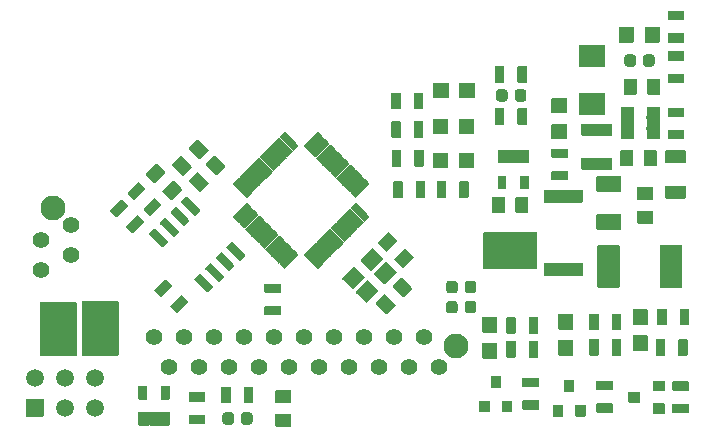
<source format=gbr>
G04 #@! TF.GenerationSoftware,KiCad,Pcbnew,(5.1.10-1-10_14)*
G04 #@! TF.CreationDate,2021-10-01T01:12:16-04:00*
G04 #@! TF.ProjectId,throttle,7468726f-7474-46c6-952e-6b696361645f,rev?*
G04 #@! TF.SameCoordinates,Original*
G04 #@! TF.FileFunction,Soldermask,Top*
G04 #@! TF.FilePolarity,Negative*
%FSLAX46Y46*%
G04 Gerber Fmt 4.6, Leading zero omitted, Abs format (unit mm)*
G04 Created by KiCad (PCBNEW (5.1.10-1-10_14)) date 2021-10-01 01:12:16*
%MOMM*%
%LPD*%
G01*
G04 APERTURE LIST*
%ADD10C,1.402000*%
%ADD11C,2.102000*%
%ADD12C,1.502000*%
%ADD13C,0.100000*%
G04 APERTURE END LIST*
G36*
G01*
X188757604Y-79571507D02*
X188368695Y-79182598D01*
G75*
G02*
X188368695Y-79110474I36062J36062D01*
G01*
X189500066Y-77979103D01*
G75*
G02*
X189572190Y-77979103I36062J-36062D01*
G01*
X189961099Y-78368012D01*
G75*
G02*
X189961099Y-78440136I-36062J-36062D01*
G01*
X188829728Y-79571507D01*
G75*
G02*
X188757604Y-79571507I-36062J36062D01*
G01*
G37*
G36*
G01*
X189323290Y-80137192D02*
X188934381Y-79748283D01*
G75*
G02*
X188934381Y-79676159I36062J36062D01*
G01*
X190065752Y-78544788D01*
G75*
G02*
X190137876Y-78544788I36062J-36062D01*
G01*
X190526785Y-78933697D01*
G75*
G02*
X190526785Y-79005821I-36062J-36062D01*
G01*
X189395414Y-80137192D01*
G75*
G02*
X189323290Y-80137192I-36062J36062D01*
G01*
G37*
G36*
G01*
X189888975Y-80702878D02*
X189500066Y-80313969D01*
G75*
G02*
X189500066Y-80241845I36062J36062D01*
G01*
X190631437Y-79110474D01*
G75*
G02*
X190703561Y-79110474I36062J-36062D01*
G01*
X191092470Y-79499383D01*
G75*
G02*
X191092470Y-79571507I-36062J-36062D01*
G01*
X189961099Y-80702878D01*
G75*
G02*
X189888975Y-80702878I-36062J36062D01*
G01*
G37*
G36*
G01*
X190454660Y-81268563D02*
X190065751Y-80879654D01*
G75*
G02*
X190065751Y-80807530I36062J36062D01*
G01*
X191197122Y-79676159D01*
G75*
G02*
X191269246Y-79676159I36062J-36062D01*
G01*
X191658155Y-80065068D01*
G75*
G02*
X191658155Y-80137192I-36062J-36062D01*
G01*
X190526784Y-81268563D01*
G75*
G02*
X190454660Y-81268563I-36062J36062D01*
G01*
G37*
G36*
G01*
X191020346Y-81834249D02*
X190631437Y-81445340D01*
G75*
G02*
X190631437Y-81373216I36062J36062D01*
G01*
X191762808Y-80241845D01*
G75*
G02*
X191834932Y-80241845I36062J-36062D01*
G01*
X192223841Y-80630754D01*
G75*
G02*
X192223841Y-80702878I-36062J-36062D01*
G01*
X191092470Y-81834249D01*
G75*
G02*
X191020346Y-81834249I-36062J36062D01*
G01*
G37*
G36*
G01*
X191586031Y-82399934D02*
X191197122Y-82011025D01*
G75*
G02*
X191197122Y-81938901I36062J36062D01*
G01*
X192328493Y-80807530D01*
G75*
G02*
X192400617Y-80807530I36062J-36062D01*
G01*
X192789526Y-81196439D01*
G75*
G02*
X192789526Y-81268563I-36062J-36062D01*
G01*
X191658155Y-82399934D01*
G75*
G02*
X191586031Y-82399934I-36062J36062D01*
G01*
G37*
G36*
G01*
X192151717Y-82965619D02*
X191762808Y-82576710D01*
G75*
G02*
X191762808Y-82504586I36062J36062D01*
G01*
X192894179Y-81373215D01*
G75*
G02*
X192966303Y-81373215I36062J-36062D01*
G01*
X193355212Y-81762124D01*
G75*
G02*
X193355212Y-81834248I-36062J-36062D01*
G01*
X192223841Y-82965619D01*
G75*
G02*
X192151717Y-82965619I-36062J36062D01*
G01*
G37*
G36*
G01*
X192717402Y-83531305D02*
X192328493Y-83142396D01*
G75*
G02*
X192328493Y-83070272I36062J36062D01*
G01*
X193459864Y-81938901D01*
G75*
G02*
X193531988Y-81938901I36062J-36062D01*
G01*
X193920897Y-82327810D01*
G75*
G02*
X193920897Y-82399934I-36062J-36062D01*
G01*
X192789526Y-83531305D01*
G75*
G02*
X192717402Y-83531305I-36062J36062D01*
G01*
G37*
G36*
G01*
X195971507Y-83142396D02*
X195582598Y-83531305D01*
G75*
G02*
X195510474Y-83531305I-36062J36062D01*
G01*
X194379103Y-82399934D01*
G75*
G02*
X194379103Y-82327810I36062J36062D01*
G01*
X194768012Y-81938901D01*
G75*
G02*
X194840136Y-81938901I36062J-36062D01*
G01*
X195971507Y-83070272D01*
G75*
G02*
X195971507Y-83142396I-36062J-36062D01*
G01*
G37*
G36*
G01*
X196537192Y-82576710D02*
X196148283Y-82965619D01*
G75*
G02*
X196076159Y-82965619I-36062J36062D01*
G01*
X194944788Y-81834248D01*
G75*
G02*
X194944788Y-81762124I36062J36062D01*
G01*
X195333697Y-81373215D01*
G75*
G02*
X195405821Y-81373215I36062J-36062D01*
G01*
X196537192Y-82504586D01*
G75*
G02*
X196537192Y-82576710I-36062J-36062D01*
G01*
G37*
G36*
G01*
X197102878Y-82011025D02*
X196713969Y-82399934D01*
G75*
G02*
X196641845Y-82399934I-36062J36062D01*
G01*
X195510474Y-81268563D01*
G75*
G02*
X195510474Y-81196439I36062J36062D01*
G01*
X195899383Y-80807530D01*
G75*
G02*
X195971507Y-80807530I36062J-36062D01*
G01*
X197102878Y-81938901D01*
G75*
G02*
X197102878Y-82011025I-36062J-36062D01*
G01*
G37*
G36*
G01*
X197668563Y-81445340D02*
X197279654Y-81834249D01*
G75*
G02*
X197207530Y-81834249I-36062J36062D01*
G01*
X196076159Y-80702878D01*
G75*
G02*
X196076159Y-80630754I36062J36062D01*
G01*
X196465068Y-80241845D01*
G75*
G02*
X196537192Y-80241845I36062J-36062D01*
G01*
X197668563Y-81373216D01*
G75*
G02*
X197668563Y-81445340I-36062J-36062D01*
G01*
G37*
G36*
G01*
X198234249Y-80879654D02*
X197845340Y-81268563D01*
G75*
G02*
X197773216Y-81268563I-36062J36062D01*
G01*
X196641845Y-80137192D01*
G75*
G02*
X196641845Y-80065068I36062J36062D01*
G01*
X197030754Y-79676159D01*
G75*
G02*
X197102878Y-79676159I36062J-36062D01*
G01*
X198234249Y-80807530D01*
G75*
G02*
X198234249Y-80879654I-36062J-36062D01*
G01*
G37*
G36*
G01*
X198799934Y-80313969D02*
X198411025Y-80702878D01*
G75*
G02*
X198338901Y-80702878I-36062J36062D01*
G01*
X197207530Y-79571507D01*
G75*
G02*
X197207530Y-79499383I36062J36062D01*
G01*
X197596439Y-79110474D01*
G75*
G02*
X197668563Y-79110474I36062J-36062D01*
G01*
X198799934Y-80241845D01*
G75*
G02*
X198799934Y-80313969I-36062J-36062D01*
G01*
G37*
G36*
G01*
X199365619Y-79748283D02*
X198976710Y-80137192D01*
G75*
G02*
X198904586Y-80137192I-36062J36062D01*
G01*
X197773215Y-79005821D01*
G75*
G02*
X197773215Y-78933697I36062J36062D01*
G01*
X198162124Y-78544788D01*
G75*
G02*
X198234248Y-78544788I36062J-36062D01*
G01*
X199365619Y-79676159D01*
G75*
G02*
X199365619Y-79748283I-36062J-36062D01*
G01*
G37*
G36*
G01*
X199931305Y-79182598D02*
X199542396Y-79571507D01*
G75*
G02*
X199470272Y-79571507I-36062J36062D01*
G01*
X198338901Y-78440136D01*
G75*
G02*
X198338901Y-78368012I36062J36062D01*
G01*
X198727810Y-77979103D01*
G75*
G02*
X198799934Y-77979103I36062J-36062D01*
G01*
X199931305Y-79110474D01*
G75*
G02*
X199931305Y-79182598I-36062J-36062D01*
G01*
G37*
G36*
G01*
X198727810Y-77520897D02*
X198338901Y-77131988D01*
G75*
G02*
X198338901Y-77059864I36062J36062D01*
G01*
X199470272Y-75928493D01*
G75*
G02*
X199542396Y-75928493I36062J-36062D01*
G01*
X199931305Y-76317402D01*
G75*
G02*
X199931305Y-76389526I-36062J-36062D01*
G01*
X198799934Y-77520897D01*
G75*
G02*
X198727810Y-77520897I-36062J36062D01*
G01*
G37*
G36*
G01*
X198162124Y-76955212D02*
X197773215Y-76566303D01*
G75*
G02*
X197773215Y-76494179I36062J36062D01*
G01*
X198904586Y-75362808D01*
G75*
G02*
X198976710Y-75362808I36062J-36062D01*
G01*
X199365619Y-75751717D01*
G75*
G02*
X199365619Y-75823841I-36062J-36062D01*
G01*
X198234248Y-76955212D01*
G75*
G02*
X198162124Y-76955212I-36062J36062D01*
G01*
G37*
G36*
G01*
X197596439Y-76389526D02*
X197207530Y-76000617D01*
G75*
G02*
X197207530Y-75928493I36062J36062D01*
G01*
X198338901Y-74797122D01*
G75*
G02*
X198411025Y-74797122I36062J-36062D01*
G01*
X198799934Y-75186031D01*
G75*
G02*
X198799934Y-75258155I-36062J-36062D01*
G01*
X197668563Y-76389526D01*
G75*
G02*
X197596439Y-76389526I-36062J36062D01*
G01*
G37*
G36*
G01*
X197030754Y-75823841D02*
X196641845Y-75434932D01*
G75*
G02*
X196641845Y-75362808I36062J36062D01*
G01*
X197773216Y-74231437D01*
G75*
G02*
X197845340Y-74231437I36062J-36062D01*
G01*
X198234249Y-74620346D01*
G75*
G02*
X198234249Y-74692470I-36062J-36062D01*
G01*
X197102878Y-75823841D01*
G75*
G02*
X197030754Y-75823841I-36062J36062D01*
G01*
G37*
G36*
G01*
X196465068Y-75258155D02*
X196076159Y-74869246D01*
G75*
G02*
X196076159Y-74797122I36062J36062D01*
G01*
X197207530Y-73665751D01*
G75*
G02*
X197279654Y-73665751I36062J-36062D01*
G01*
X197668563Y-74054660D01*
G75*
G02*
X197668563Y-74126784I-36062J-36062D01*
G01*
X196537192Y-75258155D01*
G75*
G02*
X196465068Y-75258155I-36062J36062D01*
G01*
G37*
G36*
G01*
X195899383Y-74692470D02*
X195510474Y-74303561D01*
G75*
G02*
X195510474Y-74231437I36062J36062D01*
G01*
X196641845Y-73100066D01*
G75*
G02*
X196713969Y-73100066I36062J-36062D01*
G01*
X197102878Y-73488975D01*
G75*
G02*
X197102878Y-73561099I-36062J-36062D01*
G01*
X195971507Y-74692470D01*
G75*
G02*
X195899383Y-74692470I-36062J36062D01*
G01*
G37*
G36*
G01*
X195333697Y-74126785D02*
X194944788Y-73737876D01*
G75*
G02*
X194944788Y-73665752I36062J36062D01*
G01*
X196076159Y-72534381D01*
G75*
G02*
X196148283Y-72534381I36062J-36062D01*
G01*
X196537192Y-72923290D01*
G75*
G02*
X196537192Y-72995414I-36062J-36062D01*
G01*
X195405821Y-74126785D01*
G75*
G02*
X195333697Y-74126785I-36062J36062D01*
G01*
G37*
G36*
G01*
X194768012Y-73561099D02*
X194379103Y-73172190D01*
G75*
G02*
X194379103Y-73100066I36062J36062D01*
G01*
X195510474Y-71968695D01*
G75*
G02*
X195582598Y-71968695I36062J-36062D01*
G01*
X195971507Y-72357604D01*
G75*
G02*
X195971507Y-72429728I-36062J-36062D01*
G01*
X194840136Y-73561099D01*
G75*
G02*
X194768012Y-73561099I-36062J36062D01*
G01*
G37*
G36*
G01*
X193920897Y-73172190D02*
X193531988Y-73561099D01*
G75*
G02*
X193459864Y-73561099I-36062J36062D01*
G01*
X192328493Y-72429728D01*
G75*
G02*
X192328493Y-72357604I36062J36062D01*
G01*
X192717402Y-71968695D01*
G75*
G02*
X192789526Y-71968695I36062J-36062D01*
G01*
X193920897Y-73100066D01*
G75*
G02*
X193920897Y-73172190I-36062J-36062D01*
G01*
G37*
G36*
G01*
X193355212Y-73737876D02*
X192966303Y-74126785D01*
G75*
G02*
X192894179Y-74126785I-36062J36062D01*
G01*
X191762808Y-72995414D01*
G75*
G02*
X191762808Y-72923290I36062J36062D01*
G01*
X192151717Y-72534381D01*
G75*
G02*
X192223841Y-72534381I36062J-36062D01*
G01*
X193355212Y-73665752D01*
G75*
G02*
X193355212Y-73737876I-36062J-36062D01*
G01*
G37*
G36*
G01*
X192789526Y-74303561D02*
X192400617Y-74692470D01*
G75*
G02*
X192328493Y-74692470I-36062J36062D01*
G01*
X191197122Y-73561099D01*
G75*
G02*
X191197122Y-73488975I36062J36062D01*
G01*
X191586031Y-73100066D01*
G75*
G02*
X191658155Y-73100066I36062J-36062D01*
G01*
X192789526Y-74231437D01*
G75*
G02*
X192789526Y-74303561I-36062J-36062D01*
G01*
G37*
G36*
G01*
X192223841Y-74869246D02*
X191834932Y-75258155D01*
G75*
G02*
X191762808Y-75258155I-36062J36062D01*
G01*
X190631437Y-74126784D01*
G75*
G02*
X190631437Y-74054660I36062J36062D01*
G01*
X191020346Y-73665751D01*
G75*
G02*
X191092470Y-73665751I36062J-36062D01*
G01*
X192223841Y-74797122D01*
G75*
G02*
X192223841Y-74869246I-36062J-36062D01*
G01*
G37*
G36*
G01*
X191658155Y-75434932D02*
X191269246Y-75823841D01*
G75*
G02*
X191197122Y-75823841I-36062J36062D01*
G01*
X190065751Y-74692470D01*
G75*
G02*
X190065751Y-74620346I36062J36062D01*
G01*
X190454660Y-74231437D01*
G75*
G02*
X190526784Y-74231437I36062J-36062D01*
G01*
X191658155Y-75362808D01*
G75*
G02*
X191658155Y-75434932I-36062J-36062D01*
G01*
G37*
G36*
G01*
X191092470Y-76000617D02*
X190703561Y-76389526D01*
G75*
G02*
X190631437Y-76389526I-36062J36062D01*
G01*
X189500066Y-75258155D01*
G75*
G02*
X189500066Y-75186031I36062J36062D01*
G01*
X189888975Y-74797122D01*
G75*
G02*
X189961099Y-74797122I36062J-36062D01*
G01*
X191092470Y-75928493D01*
G75*
G02*
X191092470Y-76000617I-36062J-36062D01*
G01*
G37*
G36*
G01*
X190526785Y-76566303D02*
X190137876Y-76955212D01*
G75*
G02*
X190065752Y-76955212I-36062J36062D01*
G01*
X188934381Y-75823841D01*
G75*
G02*
X188934381Y-75751717I36062J36062D01*
G01*
X189323290Y-75362808D01*
G75*
G02*
X189395414Y-75362808I36062J-36062D01*
G01*
X190526785Y-76494179D01*
G75*
G02*
X190526785Y-76566303I-36062J-36062D01*
G01*
G37*
G36*
G01*
X189961099Y-77131988D02*
X189572190Y-77520897D01*
G75*
G02*
X189500066Y-77520897I-36062J36062D01*
G01*
X188368695Y-76389526D01*
G75*
G02*
X188368695Y-76317402I36062J36062D01*
G01*
X188757604Y-75928493D01*
G75*
G02*
X188829728Y-75928493I36062J-36062D01*
G01*
X189961099Y-77059864D01*
G75*
G02*
X189961099Y-77131988I-36062J-36062D01*
G01*
G37*
G36*
G01*
X193275000Y-94926000D02*
X192025000Y-94926000D01*
G75*
G02*
X191974000Y-94875000I0J51000D01*
G01*
X191974000Y-93875000D01*
G75*
G02*
X192025000Y-93824000I51000J0D01*
G01*
X193275000Y-93824000D01*
G75*
G02*
X193326000Y-93875000I0J-51000D01*
G01*
X193326000Y-94875000D01*
G75*
G02*
X193275000Y-94926000I-51000J0D01*
G01*
G37*
G36*
G01*
X193275000Y-96926000D02*
X192025000Y-96926000D01*
G75*
G02*
X191974000Y-96875000I0J51000D01*
G01*
X191974000Y-95875000D01*
G75*
G02*
X192025000Y-95824000I51000J0D01*
G01*
X193275000Y-95824000D01*
G75*
G02*
X193326000Y-95875000I0J-51000D01*
G01*
X193326000Y-96875000D01*
G75*
G02*
X193275000Y-96926000I-51000J0D01*
G01*
G37*
G36*
G01*
X211369000Y-66445999D02*
X211369000Y-67746001D01*
G75*
G02*
X211318001Y-67797000I-50999J0D01*
G01*
X210617999Y-67797000D01*
G75*
G02*
X210567000Y-67746001I0J50999D01*
G01*
X210567000Y-66445999D01*
G75*
G02*
X210617999Y-66395000I50999J0D01*
G01*
X211318001Y-66395000D01*
G75*
G02*
X211369000Y-66445999I0J-50999D01*
G01*
G37*
G36*
G01*
X213269000Y-66445999D02*
X213269000Y-67746001D01*
G75*
G02*
X213218001Y-67797000I-50999J0D01*
G01*
X212517999Y-67797000D01*
G75*
G02*
X212467000Y-67746001I0J50999D01*
G01*
X212467000Y-66445999D01*
G75*
G02*
X212517999Y-66395000I50999J0D01*
G01*
X213218001Y-66395000D01*
G75*
G02*
X213269000Y-66445999I0J-50999D01*
G01*
G37*
G36*
G01*
X220442000Y-90841001D02*
X220442000Y-89540999D01*
G75*
G02*
X220492999Y-89490000I50999J0D01*
G01*
X221193001Y-89490000D01*
G75*
G02*
X221244000Y-89540999I0J-50999D01*
G01*
X221244000Y-90841001D01*
G75*
G02*
X221193001Y-90892000I-50999J0D01*
G01*
X220492999Y-90892000D01*
G75*
G02*
X220442000Y-90841001I0J50999D01*
G01*
G37*
G36*
G01*
X218542000Y-90841001D02*
X218542000Y-89540999D01*
G75*
G02*
X218592999Y-89490000I50999J0D01*
G01*
X219293001Y-89490000D01*
G75*
G02*
X219344000Y-89540999I0J-50999D01*
G01*
X219344000Y-90841001D01*
G75*
G02*
X219293001Y-90892000I-50999J0D01*
G01*
X218592999Y-90892000D01*
G75*
G02*
X218542000Y-90841001I0J50999D01*
G01*
G37*
G36*
G01*
X226074000Y-90875001D02*
X226074000Y-89574999D01*
G75*
G02*
X226124999Y-89524000I50999J0D01*
G01*
X226825001Y-89524000D01*
G75*
G02*
X226876000Y-89574999I0J-50999D01*
G01*
X226876000Y-90875001D01*
G75*
G02*
X226825001Y-90926000I-50999J0D01*
G01*
X226124999Y-90926000D01*
G75*
G02*
X226074000Y-90875001I0J50999D01*
G01*
G37*
G36*
G01*
X224174000Y-90875001D02*
X224174000Y-89574999D01*
G75*
G02*
X224224999Y-89524000I50999J0D01*
G01*
X224925001Y-89524000D01*
G75*
G02*
X224976000Y-89574999I0J-50999D01*
G01*
X224976000Y-90875001D01*
G75*
G02*
X224925001Y-90926000I-50999J0D01*
G01*
X224224999Y-90926000D01*
G75*
G02*
X224174000Y-90875001I0J50999D01*
G01*
G37*
G36*
G01*
X224509000Y-85100000D02*
X224509000Y-81600000D01*
G75*
G02*
X224560000Y-81549000I51000J0D01*
G01*
X226340000Y-81549000D01*
G75*
G02*
X226391000Y-81600000I0J-51000D01*
G01*
X226391000Y-85100000D01*
G75*
G02*
X226340000Y-85151000I-51000J0D01*
G01*
X224560000Y-85151000D01*
G75*
G02*
X224509000Y-85100000I0J51000D01*
G01*
G37*
G36*
G01*
X219229000Y-85100000D02*
X219229000Y-81600000D01*
G75*
G02*
X219280000Y-81549000I51000J0D01*
G01*
X221060000Y-81549000D01*
G75*
G02*
X221111000Y-81600000I0J-51000D01*
G01*
X221111000Y-85100000D01*
G75*
G02*
X221060000Y-85151000I-51000J0D01*
G01*
X219280000Y-85151000D01*
G75*
G02*
X219229000Y-85100000I0J51000D01*
G01*
G37*
G36*
G01*
X223174000Y-74825000D02*
X223174000Y-73575000D01*
G75*
G02*
X223225000Y-73524000I51000J0D01*
G01*
X224225000Y-73524000D01*
G75*
G02*
X224276000Y-73575000I0J-51000D01*
G01*
X224276000Y-74825000D01*
G75*
G02*
X224225000Y-74876000I-51000J0D01*
G01*
X223225000Y-74876000D01*
G75*
G02*
X223174000Y-74825000I0J51000D01*
G01*
G37*
G36*
G01*
X221174000Y-74825000D02*
X221174000Y-73575000D01*
G75*
G02*
X221225000Y-73524000I51000J0D01*
G01*
X222225000Y-73524000D01*
G75*
G02*
X222276000Y-73575000I0J-51000D01*
G01*
X222276000Y-74825000D01*
G75*
G02*
X222225000Y-74876000I-51000J0D01*
G01*
X221225000Y-74876000D01*
G75*
G02*
X221174000Y-74825000I0J51000D01*
G01*
G37*
G36*
G01*
X221474000Y-68750000D02*
X221474000Y-67500000D01*
G75*
G02*
X221525000Y-67449000I51000J0D01*
G01*
X222525000Y-67449000D01*
G75*
G02*
X222576000Y-67500000I0J-51000D01*
G01*
X222576000Y-68750000D01*
G75*
G02*
X222525000Y-68801000I-51000J0D01*
G01*
X221525000Y-68801000D01*
G75*
G02*
X221474000Y-68750000I0J51000D01*
G01*
G37*
G36*
G01*
X223474000Y-68750000D02*
X223474000Y-67500000D01*
G75*
G02*
X223525000Y-67449000I51000J0D01*
G01*
X224525000Y-67449000D01*
G75*
G02*
X224576000Y-67500000I0J-51000D01*
G01*
X224576000Y-68750000D01*
G75*
G02*
X224525000Y-68801000I-51000J0D01*
G01*
X223525000Y-68801000D01*
G75*
G02*
X223474000Y-68750000I0J51000D01*
G01*
G37*
G36*
G01*
X221524000Y-66206750D02*
X221524000Y-65643250D01*
G75*
G02*
X221768250Y-65399000I244250J0D01*
G01*
X222256750Y-65399000D01*
G75*
G02*
X222501000Y-65643250I0J-244250D01*
G01*
X222501000Y-66206750D01*
G75*
G02*
X222256750Y-66451000I-244250J0D01*
G01*
X221768250Y-66451000D01*
G75*
G02*
X221524000Y-66206750I0J244250D01*
G01*
G37*
G36*
G01*
X223099000Y-66206750D02*
X223099000Y-65643250D01*
G75*
G02*
X223343250Y-65399000I244250J0D01*
G01*
X223831750Y-65399000D01*
G75*
G02*
X224076000Y-65643250I0J-244250D01*
G01*
X224076000Y-66206750D01*
G75*
G02*
X223831750Y-66451000I-244250J0D01*
G01*
X223343250Y-66451000D01*
G75*
G02*
X223099000Y-66206750I0J244250D01*
G01*
G37*
G36*
G01*
X220425000Y-72276000D02*
X217925000Y-72276000D01*
G75*
G02*
X217874000Y-72225000I0J51000D01*
G01*
X217874000Y-71325000D01*
G75*
G02*
X217925000Y-71274000I51000J0D01*
G01*
X220425000Y-71274000D01*
G75*
G02*
X220476000Y-71325000I0J-51000D01*
G01*
X220476000Y-72225000D01*
G75*
G02*
X220425000Y-72276000I-51000J0D01*
G01*
G37*
G36*
G01*
X220425000Y-75176000D02*
X217925000Y-75176000D01*
G75*
G02*
X217874000Y-75125000I0J51000D01*
G01*
X217874000Y-74225000D01*
G75*
G02*
X217925000Y-74174000I51000J0D01*
G01*
X220425000Y-74174000D01*
G75*
G02*
X220476000Y-74225000I0J-51000D01*
G01*
X220476000Y-75125000D01*
G75*
G02*
X220425000Y-75176000I-51000J0D01*
G01*
G37*
G36*
G01*
X219199999Y-75724000D02*
X221200001Y-75724000D01*
G75*
G02*
X221251000Y-75774999I0J-50999D01*
G01*
X221251000Y-76975001D01*
G75*
G02*
X221200001Y-77026000I-50999J0D01*
G01*
X219199999Y-77026000D01*
G75*
G02*
X219149000Y-76975001I0J50999D01*
G01*
X219149000Y-75774999D01*
G75*
G02*
X219199999Y-75724000I50999J0D01*
G01*
G37*
G36*
G01*
X219199999Y-78924000D02*
X221200001Y-78924000D01*
G75*
G02*
X221251000Y-78974999I0J-50999D01*
G01*
X221251000Y-80175001D01*
G75*
G02*
X221200001Y-80226000I-50999J0D01*
G01*
X219199999Y-80226000D01*
G75*
G02*
X219149000Y-80175001I0J50999D01*
G01*
X219149000Y-78974999D01*
G75*
G02*
X219199999Y-78924000I50999J0D01*
G01*
G37*
G36*
G01*
X226550001Y-72601000D02*
X225249999Y-72601000D01*
G75*
G02*
X225199000Y-72550001I0J50999D01*
G01*
X225199000Y-71849999D01*
G75*
G02*
X225249999Y-71799000I50999J0D01*
G01*
X226550001Y-71799000D01*
G75*
G02*
X226601000Y-71849999I0J-50999D01*
G01*
X226601000Y-72550001D01*
G75*
G02*
X226550001Y-72601000I-50999J0D01*
G01*
G37*
G36*
G01*
X226550001Y-70701000D02*
X225249999Y-70701000D01*
G75*
G02*
X225199000Y-70650001I0J50999D01*
G01*
X225199000Y-69949999D01*
G75*
G02*
X225249999Y-69899000I50999J0D01*
G01*
X226550001Y-69899000D01*
G75*
G02*
X226601000Y-69949999I0J-50999D01*
G01*
X226601000Y-70650001D01*
G75*
G02*
X226550001Y-70701000I-50999J0D01*
G01*
G37*
G36*
G01*
X226525001Y-65951000D02*
X225224999Y-65951000D01*
G75*
G02*
X225174000Y-65900001I0J50999D01*
G01*
X225174000Y-65199999D01*
G75*
G02*
X225224999Y-65149000I50999J0D01*
G01*
X226525001Y-65149000D01*
G75*
G02*
X226576000Y-65199999I0J-50999D01*
G01*
X226576000Y-65900001D01*
G75*
G02*
X226525001Y-65951000I-50999J0D01*
G01*
G37*
G36*
G01*
X226525001Y-67851000D02*
X225224999Y-67851000D01*
G75*
G02*
X225174000Y-67800001I0J50999D01*
G01*
X225174000Y-67099999D01*
G75*
G02*
X225224999Y-67049000I50999J0D01*
G01*
X226525001Y-67049000D01*
G75*
G02*
X226576000Y-67099999I0J-50999D01*
G01*
X226576000Y-67800001D01*
G75*
G02*
X226525001Y-67851000I-50999J0D01*
G01*
G37*
G36*
G01*
X217950000Y-84151000D02*
X214750000Y-84151000D01*
G75*
G02*
X214699000Y-84100000I0J51000D01*
G01*
X214699000Y-83100000D01*
G75*
G02*
X214750000Y-83049000I51000J0D01*
G01*
X217950000Y-83049000D01*
G75*
G02*
X218001000Y-83100000I0J-51000D01*
G01*
X218001000Y-84100000D01*
G75*
G02*
X217950000Y-84151000I-51000J0D01*
G01*
G37*
G36*
G01*
X217950000Y-77951000D02*
X214750000Y-77951000D01*
G75*
G02*
X214699000Y-77900000I0J51000D01*
G01*
X214699000Y-76900000D01*
G75*
G02*
X214750000Y-76849000I51000J0D01*
G01*
X217950000Y-76849000D01*
G75*
G02*
X218001000Y-76900000I0J-51000D01*
G01*
X218001000Y-77900000D01*
G75*
G02*
X217950000Y-77951000I-51000J0D01*
G01*
G37*
G36*
G01*
X224556000Y-71824999D02*
X224556000Y-72475001D01*
G75*
G02*
X224505001Y-72526000I-50999J0D01*
G01*
X223444999Y-72526000D01*
G75*
G02*
X223394000Y-72475001I0J50999D01*
G01*
X223394000Y-71824999D01*
G75*
G02*
X223444999Y-71774000I50999J0D01*
G01*
X224505001Y-71774000D01*
G75*
G02*
X224556000Y-71824999I0J-50999D01*
G01*
G37*
G36*
G01*
X224556000Y-70874999D02*
X224556000Y-71525001D01*
G75*
G02*
X224505001Y-71576000I-50999J0D01*
G01*
X223444999Y-71576000D01*
G75*
G02*
X223394000Y-71525001I0J50999D01*
G01*
X223394000Y-70874999D01*
G75*
G02*
X223444999Y-70824000I50999J0D01*
G01*
X224505001Y-70824000D01*
G75*
G02*
X224556000Y-70874999I0J-50999D01*
G01*
G37*
G36*
G01*
X224556000Y-69924999D02*
X224556000Y-70575001D01*
G75*
G02*
X224505001Y-70626000I-50999J0D01*
G01*
X223444999Y-70626000D01*
G75*
G02*
X223394000Y-70575001I0J50999D01*
G01*
X223394000Y-69924999D01*
G75*
G02*
X223444999Y-69874000I50999J0D01*
G01*
X224505001Y-69874000D01*
G75*
G02*
X224556000Y-69924999I0J-50999D01*
G01*
G37*
G36*
G01*
X222356000Y-69924999D02*
X222356000Y-70575001D01*
G75*
G02*
X222305001Y-70626000I-50999J0D01*
G01*
X221244999Y-70626000D01*
G75*
G02*
X221194000Y-70575001I0J50999D01*
G01*
X221194000Y-69924999D01*
G75*
G02*
X221244999Y-69874000I50999J0D01*
G01*
X222305001Y-69874000D01*
G75*
G02*
X222356000Y-69924999I0J-50999D01*
G01*
G37*
G36*
G01*
X222356000Y-71824999D02*
X222356000Y-72475001D01*
G75*
G02*
X222305001Y-72526000I-50999J0D01*
G01*
X221244999Y-72526000D01*
G75*
G02*
X221194000Y-72475001I0J50999D01*
G01*
X221194000Y-71824999D01*
G75*
G02*
X221244999Y-71774000I50999J0D01*
G01*
X222305001Y-71774000D01*
G75*
G02*
X222356000Y-71824999I0J-50999D01*
G01*
G37*
G36*
G01*
X222356000Y-70874999D02*
X222356000Y-71525001D01*
G75*
G02*
X222305001Y-71576000I-50999J0D01*
G01*
X221244999Y-71576000D01*
G75*
G02*
X221194000Y-71525001I0J50999D01*
G01*
X221194000Y-70874999D01*
G75*
G02*
X221244999Y-70824000I50999J0D01*
G01*
X222305001Y-70824000D01*
G75*
G02*
X222356000Y-70874999I0J-50999D01*
G01*
G37*
G36*
G01*
X225050000Y-76524000D02*
X226650000Y-76524000D01*
G75*
G02*
X226701000Y-76575000I0J-51000D01*
G01*
X226701000Y-77575000D01*
G75*
G02*
X226650000Y-77626000I-51000J0D01*
G01*
X225050000Y-77626000D01*
G75*
G02*
X224999000Y-77575000I0J51000D01*
G01*
X224999000Y-76575000D01*
G75*
G02*
X225050000Y-76524000I51000J0D01*
G01*
G37*
G36*
G01*
X225050000Y-73524000D02*
X226650000Y-73524000D01*
G75*
G02*
X226701000Y-73575000I0J-51000D01*
G01*
X226701000Y-74575000D01*
G75*
G02*
X226650000Y-74626000I-51000J0D01*
G01*
X225050000Y-74626000D01*
G75*
G02*
X224999000Y-74575000I0J51000D01*
G01*
X224999000Y-73575000D01*
G75*
G02*
X225050000Y-73524000I51000J0D01*
G01*
G37*
G36*
G01*
X222650000Y-76624000D02*
X223900000Y-76624000D01*
G75*
G02*
X223951000Y-76675000I0J-51000D01*
G01*
X223951000Y-77675000D01*
G75*
G02*
X223900000Y-77726000I-51000J0D01*
G01*
X222650000Y-77726000D01*
G75*
G02*
X222599000Y-77675000I0J51000D01*
G01*
X222599000Y-76675000D01*
G75*
G02*
X222650000Y-76624000I51000J0D01*
G01*
G37*
G36*
G01*
X222650000Y-78624000D02*
X223900000Y-78624000D01*
G75*
G02*
X223951000Y-78675000I0J-51000D01*
G01*
X223951000Y-79675000D01*
G75*
G02*
X223900000Y-79726000I-51000J0D01*
G01*
X222650000Y-79726000D01*
G75*
G02*
X222599000Y-79675000I0J51000D01*
G01*
X222599000Y-78675000D01*
G75*
G02*
X222650000Y-78624000I51000J0D01*
G01*
G37*
G36*
G01*
X217695500Y-68667000D02*
X219854500Y-68667000D01*
G75*
G02*
X219905500Y-68718000I0J-51000D01*
G01*
X219905500Y-70496000D01*
G75*
G02*
X219854500Y-70547000I-51000J0D01*
G01*
X217695500Y-70547000D01*
G75*
G02*
X217644500Y-70496000I0J51000D01*
G01*
X217644500Y-68718000D01*
G75*
G02*
X217695500Y-68667000I51000J0D01*
G01*
G37*
G36*
G01*
X217695500Y-64603000D02*
X219854500Y-64603000D01*
G75*
G02*
X219905500Y-64654000I0J-51000D01*
G01*
X219905500Y-66432000D01*
G75*
G02*
X219854500Y-66483000I-51000J0D01*
G01*
X217695500Y-66483000D01*
G75*
G02*
X217644500Y-66432000I0J51000D01*
G01*
X217644500Y-64654000D01*
G75*
G02*
X217695500Y-64603000I51000J0D01*
G01*
G37*
G36*
G01*
X222326000Y-63149999D02*
X222326000Y-64350001D01*
G75*
G02*
X222275001Y-64401000I-50999J0D01*
G01*
X221074999Y-64401000D01*
G75*
G02*
X221024000Y-64350001I0J50999D01*
G01*
X221024000Y-63149999D01*
G75*
G02*
X221074999Y-63099000I50999J0D01*
G01*
X222275001Y-63099000D01*
G75*
G02*
X222326000Y-63149999I0J-50999D01*
G01*
G37*
G36*
G01*
X224526000Y-63149999D02*
X224526000Y-64350001D01*
G75*
G02*
X224475001Y-64401000I-50999J0D01*
G01*
X223274999Y-64401000D01*
G75*
G02*
X223224000Y-64350001I0J50999D01*
G01*
X223224000Y-63149999D01*
G75*
G02*
X223274999Y-63099000I50999J0D01*
G01*
X224475001Y-63099000D01*
G75*
G02*
X224526000Y-63149999I0J-50999D01*
G01*
G37*
G36*
G01*
X226550001Y-64401000D02*
X225249999Y-64401000D01*
G75*
G02*
X225199000Y-64350001I0J50999D01*
G01*
X225199000Y-63649999D01*
G75*
G02*
X225249999Y-63599000I50999J0D01*
G01*
X226550001Y-63599000D01*
G75*
G02*
X226601000Y-63649999I0J-50999D01*
G01*
X226601000Y-64350001D01*
G75*
G02*
X226550001Y-64401000I-50999J0D01*
G01*
G37*
G36*
G01*
X226550001Y-62501000D02*
X225249999Y-62501000D01*
G75*
G02*
X225199000Y-62450001I0J50999D01*
G01*
X225199000Y-61749999D01*
G75*
G02*
X225249999Y-61699000I50999J0D01*
G01*
X226550001Y-61699000D01*
G75*
G02*
X226601000Y-61749999I0J-50999D01*
G01*
X226601000Y-62450001D01*
G75*
G02*
X226550001Y-62501000I-50999J0D01*
G01*
G37*
G36*
G01*
X210299000Y-78775000D02*
X210299000Y-77525000D01*
G75*
G02*
X210350000Y-77474000I51000J0D01*
G01*
X211350000Y-77474000D01*
G75*
G02*
X211401000Y-77525000I0J-51000D01*
G01*
X211401000Y-78775000D01*
G75*
G02*
X211350000Y-78826000I-51000J0D01*
G01*
X210350000Y-78826000D01*
G75*
G02*
X210299000Y-78775000I0J51000D01*
G01*
G37*
G36*
G01*
X212299000Y-78775000D02*
X212299000Y-77525000D01*
G75*
G02*
X212350000Y-77474000I51000J0D01*
G01*
X213350000Y-77474000D01*
G75*
G02*
X213401000Y-77525000I0J-51000D01*
G01*
X213401000Y-78775000D01*
G75*
G02*
X213350000Y-78826000I-51000J0D01*
G01*
X212350000Y-78826000D01*
G75*
G02*
X212299000Y-78775000I0J51000D01*
G01*
G37*
G36*
G01*
X186959433Y-75624450D02*
X186075550Y-74740567D01*
G75*
G02*
X186075550Y-74668443I36062J36062D01*
G01*
X186782657Y-73961336D01*
G75*
G02*
X186854781Y-73961336I36062J-36062D01*
G01*
X187738664Y-74845219D01*
G75*
G02*
X187738664Y-74917343I-36062J-36062D01*
G01*
X187031557Y-75624450D01*
G75*
G02*
X186959433Y-75624450I-36062J36062D01*
G01*
G37*
G36*
G01*
X185545219Y-77038664D02*
X184661336Y-76154781D01*
G75*
G02*
X184661336Y-76082657I36062J36062D01*
G01*
X185368443Y-75375550D01*
G75*
G02*
X185440567Y-75375550I36062J-36062D01*
G01*
X186324450Y-76259433D01*
G75*
G02*
X186324450Y-76331557I-36062J-36062D01*
G01*
X185617343Y-77038664D01*
G75*
G02*
X185545219Y-77038664I-36062J36062D01*
G01*
G37*
G36*
G01*
X184120219Y-75688664D02*
X183236336Y-74804781D01*
G75*
G02*
X183236336Y-74732657I36062J36062D01*
G01*
X183943443Y-74025550D01*
G75*
G02*
X184015567Y-74025550I36062J-36062D01*
G01*
X184899450Y-74909433D01*
G75*
G02*
X184899450Y-74981557I-36062J-36062D01*
G01*
X184192343Y-75688664D01*
G75*
G02*
X184120219Y-75688664I-36062J36062D01*
G01*
G37*
G36*
G01*
X185534433Y-74274450D02*
X184650550Y-73390567D01*
G75*
G02*
X184650550Y-73318443I36062J36062D01*
G01*
X185357657Y-72611336D01*
G75*
G02*
X185429781Y-72611336I36062J-36062D01*
G01*
X186313664Y-73495219D01*
G75*
G02*
X186313664Y-73567343I-36062J-36062D01*
G01*
X185606557Y-74274450D01*
G75*
G02*
X185534433Y-74274450I-36062J36062D01*
G01*
G37*
G36*
G01*
X202050550Y-82734433D02*
X202934433Y-81850550D01*
G75*
G02*
X203006557Y-81850550I36062J-36062D01*
G01*
X203713664Y-82557657D01*
G75*
G02*
X203713664Y-82629781I-36062J-36062D01*
G01*
X202829781Y-83513664D01*
G75*
G02*
X202757657Y-83513664I-36062J36062D01*
G01*
X202050550Y-82806557D01*
G75*
G02*
X202050550Y-82734433I36062J36062D01*
G01*
G37*
G36*
G01*
X200636336Y-81320219D02*
X201520219Y-80436336D01*
G75*
G02*
X201592343Y-80436336I36062J-36062D01*
G01*
X202299450Y-81143443D01*
G75*
G02*
X202299450Y-81215567I-36062J-36062D01*
G01*
X201415567Y-82099450D01*
G75*
G02*
X201343443Y-82099450I-36062J36062D01*
G01*
X200636336Y-81392343D01*
G75*
G02*
X200636336Y-81320219I36062J36062D01*
G01*
G37*
G36*
G01*
X202784433Y-85974450D02*
X201900550Y-85090567D01*
G75*
G02*
X201900550Y-85018443I36062J36062D01*
G01*
X202607657Y-84311336D01*
G75*
G02*
X202679781Y-84311336I36062J-36062D01*
G01*
X203563664Y-85195219D01*
G75*
G02*
X203563664Y-85267343I-36062J-36062D01*
G01*
X202856557Y-85974450D01*
G75*
G02*
X202784433Y-85974450I-36062J36062D01*
G01*
G37*
G36*
G01*
X201370219Y-87388664D02*
X200486336Y-86504781D01*
G75*
G02*
X200486336Y-86432657I36062J36062D01*
G01*
X201193443Y-85725550D01*
G75*
G02*
X201265567Y-85725550I36062J-36062D01*
G01*
X202149450Y-86609433D01*
G75*
G02*
X202149450Y-86681557I-36062J-36062D01*
G01*
X201442343Y-87388664D01*
G75*
G02*
X201370219Y-87388664I-36062J36062D01*
G01*
G37*
G36*
G01*
X184063664Y-76854781D02*
X183179781Y-77738664D01*
G75*
G02*
X183107657Y-77738664I-36062J36062D01*
G01*
X182400550Y-77031557D01*
G75*
G02*
X182400550Y-76959433I36062J36062D01*
G01*
X183284433Y-76075550D01*
G75*
G02*
X183356557Y-76075550I36062J-36062D01*
G01*
X184063664Y-76782657D01*
G75*
G02*
X184063664Y-76854781I-36062J-36062D01*
G01*
G37*
G36*
G01*
X182649450Y-75440567D02*
X181765567Y-76324450D01*
G75*
G02*
X181693443Y-76324450I-36062J36062D01*
G01*
X180986336Y-75617343D01*
G75*
G02*
X180986336Y-75545219I36062J36062D01*
G01*
X181870219Y-74661336D01*
G75*
G02*
X181942343Y-74661336I36062J-36062D01*
G01*
X182649450Y-75368443D01*
G75*
G02*
X182649450Y-75440567I-36062J-36062D01*
G01*
G37*
G36*
G01*
X205299000Y-75000001D02*
X205299000Y-73799999D01*
G75*
G02*
X205349999Y-73749000I50999J0D01*
G01*
X206550001Y-73749000D01*
G75*
G02*
X206601000Y-73799999I0J-50999D01*
G01*
X206601000Y-75000001D01*
G75*
G02*
X206550001Y-75051000I-50999J0D01*
G01*
X205349999Y-75051000D01*
G75*
G02*
X205299000Y-75000001I0J50999D01*
G01*
G37*
G36*
G01*
X207499000Y-75000001D02*
X207499000Y-73799999D01*
G75*
G02*
X207549999Y-73749000I50999J0D01*
G01*
X208750001Y-73749000D01*
G75*
G02*
X208801000Y-73799999I0J-50999D01*
G01*
X208801000Y-75000001D01*
G75*
G02*
X208750001Y-75051000I-50999J0D01*
G01*
X207549999Y-75051000D01*
G75*
G02*
X207499000Y-75000001I0J50999D01*
G01*
G37*
G36*
G01*
X205299000Y-72100001D02*
X205299000Y-70899999D01*
G75*
G02*
X205349999Y-70849000I50999J0D01*
G01*
X206550001Y-70849000D01*
G75*
G02*
X206601000Y-70899999I0J-50999D01*
G01*
X206601000Y-72100001D01*
G75*
G02*
X206550001Y-72151000I-50999J0D01*
G01*
X205349999Y-72151000D01*
G75*
G02*
X205299000Y-72100001I0J50999D01*
G01*
G37*
G36*
G01*
X207499000Y-72100001D02*
X207499000Y-70899999D01*
G75*
G02*
X207549999Y-70849000I50999J0D01*
G01*
X208750001Y-70849000D01*
G75*
G02*
X208801000Y-70899999I0J-50999D01*
G01*
X208801000Y-72100001D01*
G75*
G02*
X208750001Y-72151000I-50999J0D01*
G01*
X207549999Y-72151000D01*
G75*
G02*
X207499000Y-72100001I0J50999D01*
G01*
G37*
G36*
G01*
X207549000Y-69050001D02*
X207549000Y-67849999D01*
G75*
G02*
X207599999Y-67799000I50999J0D01*
G01*
X208800001Y-67799000D01*
G75*
G02*
X208851000Y-67849999I0J-50999D01*
G01*
X208851000Y-69050001D01*
G75*
G02*
X208800001Y-69101000I-50999J0D01*
G01*
X207599999Y-69101000D01*
G75*
G02*
X207549000Y-69050001I0J50999D01*
G01*
G37*
G36*
G01*
X205349000Y-69050001D02*
X205349000Y-67849999D01*
G75*
G02*
X205399999Y-67799000I50999J0D01*
G01*
X206600001Y-67799000D01*
G75*
G02*
X206651000Y-67849999I0J-50999D01*
G01*
X206651000Y-69050001D01*
G75*
G02*
X206600001Y-69101000I-50999J0D01*
G01*
X205399999Y-69101000D01*
G75*
G02*
X205349000Y-69050001I0J50999D01*
G01*
G37*
G36*
G01*
X222258999Y-86985000D02*
X223459001Y-86985000D01*
G75*
G02*
X223510000Y-87035999I0J-50999D01*
G01*
X223510000Y-88236001D01*
G75*
G02*
X223459001Y-88287000I-50999J0D01*
G01*
X222258999Y-88287000D01*
G75*
G02*
X222208000Y-88236001I0J50999D01*
G01*
X222208000Y-87035999D01*
G75*
G02*
X222258999Y-86985000I50999J0D01*
G01*
G37*
G36*
G01*
X222258999Y-89185000D02*
X223459001Y-89185000D01*
G75*
G02*
X223510000Y-89235999I0J-50999D01*
G01*
X223510000Y-90436001D01*
G75*
G02*
X223459001Y-90487000I-50999J0D01*
G01*
X222258999Y-90487000D01*
G75*
G02*
X222208000Y-90436001I0J50999D01*
G01*
X222208000Y-89235999D01*
G75*
G02*
X222258999Y-89185000I50999J0D01*
G01*
G37*
G36*
G01*
X215949999Y-87395000D02*
X217150001Y-87395000D01*
G75*
G02*
X217201000Y-87445999I0J-50999D01*
G01*
X217201000Y-88646001D01*
G75*
G02*
X217150001Y-88697000I-50999J0D01*
G01*
X215949999Y-88697000D01*
G75*
G02*
X215899000Y-88646001I0J50999D01*
G01*
X215899000Y-87445999D01*
G75*
G02*
X215949999Y-87395000I50999J0D01*
G01*
G37*
G36*
G01*
X215949999Y-89595000D02*
X217150001Y-89595000D01*
G75*
G02*
X217201000Y-89645999I0J-50999D01*
G01*
X217201000Y-90846001D01*
G75*
G02*
X217150001Y-90897000I-50999J0D01*
G01*
X215949999Y-90897000D01*
G75*
G02*
X215899000Y-90846001I0J50999D01*
G01*
X215899000Y-89645999D01*
G75*
G02*
X215949999Y-89595000I50999J0D01*
G01*
G37*
G36*
G01*
X209524999Y-87649000D02*
X210725001Y-87649000D01*
G75*
G02*
X210776000Y-87699999I0J-50999D01*
G01*
X210776000Y-88900001D01*
G75*
G02*
X210725001Y-88951000I-50999J0D01*
G01*
X209524999Y-88951000D01*
G75*
G02*
X209474000Y-88900001I0J50999D01*
G01*
X209474000Y-87699999D01*
G75*
G02*
X209524999Y-87649000I50999J0D01*
G01*
G37*
G36*
G01*
X209524999Y-89849000D02*
X210725001Y-89849000D01*
G75*
G02*
X210776000Y-89899999I0J-50999D01*
G01*
X210776000Y-91100001D01*
G75*
G02*
X210725001Y-91151000I-50999J0D01*
G01*
X209524999Y-91151000D01*
G75*
G02*
X209474000Y-91100001I0J50999D01*
G01*
X209474000Y-89899999D01*
G75*
G02*
X209524999Y-89849000I50999J0D01*
G01*
G37*
G36*
G01*
X216600001Y-72596000D02*
X215399999Y-72596000D01*
G75*
G02*
X215349000Y-72545001I0J50999D01*
G01*
X215349000Y-71344999D01*
G75*
G02*
X215399999Y-71294000I50999J0D01*
G01*
X216600001Y-71294000D01*
G75*
G02*
X216651000Y-71344999I0J-50999D01*
G01*
X216651000Y-72545001D01*
G75*
G02*
X216600001Y-72596000I-50999J0D01*
G01*
G37*
G36*
G01*
X216600001Y-70396000D02*
X215399999Y-70396000D01*
G75*
G02*
X215349000Y-70345001I0J50999D01*
G01*
X215349000Y-69144999D01*
G75*
G02*
X215399999Y-69094000I50999J0D01*
G01*
X216600001Y-69094000D01*
G75*
G02*
X216651000Y-69144999I0J-50999D01*
G01*
X216651000Y-70345001D01*
G75*
G02*
X216600001Y-70396000I-50999J0D01*
G01*
G37*
D10*
X174650000Y-82360000D03*
X174650000Y-79820000D03*
X172110000Y-81090000D03*
X172110000Y-83630000D03*
D11*
X173150000Y-78420000D03*
D10*
X200775000Y-91900000D03*
X203315000Y-91900000D03*
X205855000Y-91900000D03*
X198235000Y-91900000D03*
X204585000Y-89360000D03*
X202045000Y-89360000D03*
X199505000Y-89360000D03*
X196965000Y-89360000D03*
X195695000Y-91900000D03*
X194425000Y-89360000D03*
X193155000Y-91900000D03*
X191885000Y-89360000D03*
X190615000Y-91900000D03*
X189345000Y-89360000D03*
X188075000Y-91900000D03*
X186805000Y-89360000D03*
X185535000Y-91900000D03*
X184265000Y-89360000D03*
X182995000Y-91900000D03*
X181725000Y-89360000D03*
D11*
X207255000Y-90100000D03*
D12*
X176680000Y-92785000D03*
X176680000Y-95325000D03*
X174140000Y-92785000D03*
X174140000Y-95325000D03*
X171600000Y-92785000D03*
G36*
G01*
X172300000Y-96076000D02*
X170900000Y-96076000D01*
G75*
G02*
X170849000Y-96025000I0J51000D01*
G01*
X170849000Y-94625000D01*
G75*
G02*
X170900000Y-94574000I51000J0D01*
G01*
X172300000Y-94574000D01*
G75*
G02*
X172351000Y-94625000I0J-51000D01*
G01*
X172351000Y-96025000D01*
G75*
G02*
X172300000Y-96076000I-51000J0D01*
G01*
G37*
G36*
G01*
X222840000Y-94031000D02*
X222840000Y-94831000D01*
G75*
G02*
X222789000Y-94882000I-51000J0D01*
G01*
X221889000Y-94882000D01*
G75*
G02*
X221838000Y-94831000I0J51000D01*
G01*
X221838000Y-94031000D01*
G75*
G02*
X221889000Y-93980000I51000J0D01*
G01*
X222789000Y-93980000D01*
G75*
G02*
X222840000Y-94031000I0J-51000D01*
G01*
G37*
G36*
G01*
X224940000Y-93081000D02*
X224940000Y-93881000D01*
G75*
G02*
X224889000Y-93932000I-51000J0D01*
G01*
X223989000Y-93932000D01*
G75*
G02*
X223938000Y-93881000I0J51000D01*
G01*
X223938000Y-93081000D01*
G75*
G02*
X223989000Y-93030000I51000J0D01*
G01*
X224889000Y-93030000D01*
G75*
G02*
X224940000Y-93081000I0J-51000D01*
G01*
G37*
G36*
G01*
X224940000Y-94981000D02*
X224940000Y-95781000D01*
G75*
G02*
X224889000Y-95832000I-51000J0D01*
G01*
X223989000Y-95832000D01*
G75*
G02*
X223938000Y-95781000I0J51000D01*
G01*
X223938000Y-94981000D01*
G75*
G02*
X223989000Y-94930000I51000J0D01*
G01*
X224889000Y-94930000D01*
G75*
G02*
X224940000Y-94981000I0J-51000D01*
G01*
G37*
G36*
G01*
X217243000Y-93967000D02*
X216443000Y-93967000D01*
G75*
G02*
X216392000Y-93916000I0J51000D01*
G01*
X216392000Y-93016000D01*
G75*
G02*
X216443000Y-92965000I51000J0D01*
G01*
X217243000Y-92965000D01*
G75*
G02*
X217294000Y-93016000I0J-51000D01*
G01*
X217294000Y-93916000D01*
G75*
G02*
X217243000Y-93967000I-51000J0D01*
G01*
G37*
G36*
G01*
X218193000Y-96067000D02*
X217393000Y-96067000D01*
G75*
G02*
X217342000Y-96016000I0J51000D01*
G01*
X217342000Y-95116000D01*
G75*
G02*
X217393000Y-95065000I51000J0D01*
G01*
X218193000Y-95065000D01*
G75*
G02*
X218244000Y-95116000I0J-51000D01*
G01*
X218244000Y-96016000D01*
G75*
G02*
X218193000Y-96067000I-51000J0D01*
G01*
G37*
G36*
G01*
X216293000Y-96067000D02*
X215493000Y-96067000D01*
G75*
G02*
X215442000Y-96016000I0J51000D01*
G01*
X215442000Y-95116000D01*
G75*
G02*
X215493000Y-95065000I51000J0D01*
G01*
X216293000Y-95065000D01*
G75*
G02*
X216344000Y-95116000I0J-51000D01*
G01*
X216344000Y-96016000D01*
G75*
G02*
X216293000Y-96067000I-51000J0D01*
G01*
G37*
G36*
G01*
X211039000Y-93612000D02*
X210239000Y-93612000D01*
G75*
G02*
X210188000Y-93561000I0J51000D01*
G01*
X210188000Y-92661000D01*
G75*
G02*
X210239000Y-92610000I51000J0D01*
G01*
X211039000Y-92610000D01*
G75*
G02*
X211090000Y-92661000I0J-51000D01*
G01*
X211090000Y-93561000D01*
G75*
G02*
X211039000Y-93612000I-51000J0D01*
G01*
G37*
G36*
G01*
X211989000Y-95712000D02*
X211189000Y-95712000D01*
G75*
G02*
X211138000Y-95661000I0J51000D01*
G01*
X211138000Y-94761000D01*
G75*
G02*
X211189000Y-94710000I51000J0D01*
G01*
X211989000Y-94710000D01*
G75*
G02*
X212040000Y-94761000I0J-51000D01*
G01*
X212040000Y-95661000D01*
G75*
G02*
X211989000Y-95712000I-51000J0D01*
G01*
G37*
G36*
G01*
X210089000Y-95712000D02*
X209289000Y-95712000D01*
G75*
G02*
X209238000Y-95661000I0J51000D01*
G01*
X209238000Y-94761000D01*
G75*
G02*
X209289000Y-94710000I51000J0D01*
G01*
X210089000Y-94710000D01*
G75*
G02*
X210140000Y-94761000I0J-51000D01*
G01*
X210140000Y-95661000D01*
G75*
G02*
X210089000Y-95712000I-51000J0D01*
G01*
G37*
G36*
G01*
X184674999Y-95924000D02*
X185975001Y-95924000D01*
G75*
G02*
X186026000Y-95974999I0J-50999D01*
G01*
X186026000Y-96675001D01*
G75*
G02*
X185975001Y-96726000I-50999J0D01*
G01*
X184674999Y-96726000D01*
G75*
G02*
X184624000Y-96675001I0J50999D01*
G01*
X184624000Y-95974999D01*
G75*
G02*
X184674999Y-95924000I50999J0D01*
G01*
G37*
G36*
G01*
X184674999Y-94024000D02*
X185975001Y-94024000D01*
G75*
G02*
X186026000Y-94074999I0J-50999D01*
G01*
X186026000Y-94775001D01*
G75*
G02*
X185975001Y-94826000I-50999J0D01*
G01*
X184674999Y-94826000D01*
G75*
G02*
X184624000Y-94775001I0J50999D01*
G01*
X184624000Y-94074999D01*
G75*
G02*
X184674999Y-94024000I50999J0D01*
G01*
G37*
G36*
G01*
X207999000Y-87081750D02*
X207999000Y-86518250D01*
G75*
G02*
X208243250Y-86274000I244250J0D01*
G01*
X208731750Y-86274000D01*
G75*
G02*
X208976000Y-86518250I0J-244250D01*
G01*
X208976000Y-87081750D01*
G75*
G02*
X208731750Y-87326000I-244250J0D01*
G01*
X208243250Y-87326000D01*
G75*
G02*
X207999000Y-87081750I0J244250D01*
G01*
G37*
G36*
G01*
X206424000Y-87081750D02*
X206424000Y-86518250D01*
G75*
G02*
X206668250Y-86274000I244250J0D01*
G01*
X207156750Y-86274000D01*
G75*
G02*
X207401000Y-86518250I0J-244250D01*
G01*
X207401000Y-87081750D01*
G75*
G02*
X207156750Y-87326000I-244250J0D01*
G01*
X206668250Y-87326000D01*
G75*
G02*
X206424000Y-87081750I0J244250D01*
G01*
G37*
G36*
G01*
X208976000Y-84818250D02*
X208976000Y-85381750D01*
G75*
G02*
X208731750Y-85626000I-244250J0D01*
G01*
X208243250Y-85626000D01*
G75*
G02*
X207999000Y-85381750I0J244250D01*
G01*
X207999000Y-84818250D01*
G75*
G02*
X208243250Y-84574000I244250J0D01*
G01*
X208731750Y-84574000D01*
G75*
G02*
X208976000Y-84818250I0J-244250D01*
G01*
G37*
G36*
G01*
X207401000Y-84818250D02*
X207401000Y-85381750D01*
G75*
G02*
X207156750Y-85626000I-244250J0D01*
G01*
X206668250Y-85626000D01*
G75*
G02*
X206424000Y-85381750I0J244250D01*
G01*
X206424000Y-84818250D01*
G75*
G02*
X206668250Y-84574000I244250J0D01*
G01*
X207156750Y-84574000D01*
G75*
G02*
X207401000Y-84818250I0J-244250D01*
G01*
G37*
G36*
G01*
X189061500Y-96506750D02*
X189061500Y-95943250D01*
G75*
G02*
X189305750Y-95699000I244250J0D01*
G01*
X189794250Y-95699000D01*
G75*
G02*
X190038500Y-95943250I0J-244250D01*
G01*
X190038500Y-96506750D01*
G75*
G02*
X189794250Y-96751000I-244250J0D01*
G01*
X189305750Y-96751000D01*
G75*
G02*
X189061500Y-96506750I0J244250D01*
G01*
G37*
G36*
G01*
X187486500Y-96506750D02*
X187486500Y-95943250D01*
G75*
G02*
X187730750Y-95699000I244250J0D01*
G01*
X188219250Y-95699000D01*
G75*
G02*
X188463500Y-95943250I0J-244250D01*
G01*
X188463500Y-96506750D01*
G75*
G02*
X188219250Y-96751000I-244250J0D01*
G01*
X187730750Y-96751000D01*
G75*
G02*
X187486500Y-96506750I0J244250D01*
G01*
G37*
G36*
G01*
X190101000Y-93574999D02*
X190101000Y-94875001D01*
G75*
G02*
X190050001Y-94926000I-50999J0D01*
G01*
X189349999Y-94926000D01*
G75*
G02*
X189299000Y-94875001I0J50999D01*
G01*
X189299000Y-93574999D01*
G75*
G02*
X189349999Y-93524000I50999J0D01*
G01*
X190050001Y-93524000D01*
G75*
G02*
X190101000Y-93574999I0J-50999D01*
G01*
G37*
G36*
G01*
X188201000Y-93574999D02*
X188201000Y-94875001D01*
G75*
G02*
X188150001Y-94926000I-50999J0D01*
G01*
X187449999Y-94926000D01*
G75*
G02*
X187399000Y-94875001I0J50999D01*
G01*
X187399000Y-93574999D01*
G75*
G02*
X187449999Y-93524000I50999J0D01*
G01*
X188150001Y-93524000D01*
G75*
G02*
X188201000Y-93574999I0J-50999D01*
G01*
G37*
G36*
G01*
X204535000Y-73545999D02*
X204535000Y-74846001D01*
G75*
G02*
X204484001Y-74897000I-50999J0D01*
G01*
X203783999Y-74897000D01*
G75*
G02*
X203733000Y-74846001I0J50999D01*
G01*
X203733000Y-73545999D01*
G75*
G02*
X203783999Y-73495000I50999J0D01*
G01*
X204484001Y-73495000D01*
G75*
G02*
X204535000Y-73545999I0J-50999D01*
G01*
G37*
G36*
G01*
X202635000Y-73545999D02*
X202635000Y-74846001D01*
G75*
G02*
X202584001Y-74897000I-50999J0D01*
G01*
X201883999Y-74897000D01*
G75*
G02*
X201833000Y-74846001I0J50999D01*
G01*
X201833000Y-73545999D01*
G75*
G02*
X201883999Y-73495000I50999J0D01*
G01*
X202584001Y-73495000D01*
G75*
G02*
X202635000Y-73545999I0J-50999D01*
G01*
G37*
G36*
G01*
X202601000Y-71124999D02*
X202601000Y-72425001D01*
G75*
G02*
X202550001Y-72476000I-50999J0D01*
G01*
X201849999Y-72476000D01*
G75*
G02*
X201799000Y-72425001I0J50999D01*
G01*
X201799000Y-71124999D01*
G75*
G02*
X201849999Y-71074000I50999J0D01*
G01*
X202550001Y-71074000D01*
G75*
G02*
X202601000Y-71124999I0J-50999D01*
G01*
G37*
G36*
G01*
X204501000Y-71124999D02*
X204501000Y-72425001D01*
G75*
G02*
X204450001Y-72476000I-50999J0D01*
G01*
X203749999Y-72476000D01*
G75*
G02*
X203699000Y-72425001I0J50999D01*
G01*
X203699000Y-71124999D01*
G75*
G02*
X203749999Y-71074000I50999J0D01*
G01*
X204450001Y-71074000D01*
G75*
G02*
X204501000Y-71124999I0J-50999D01*
G01*
G37*
G36*
G01*
X204501000Y-68699999D02*
X204501000Y-70000001D01*
G75*
G02*
X204450001Y-70051000I-50999J0D01*
G01*
X203749999Y-70051000D01*
G75*
G02*
X203699000Y-70000001I0J50999D01*
G01*
X203699000Y-68699999D01*
G75*
G02*
X203749999Y-68649000I50999J0D01*
G01*
X204450001Y-68649000D01*
G75*
G02*
X204501000Y-68699999I0J-50999D01*
G01*
G37*
G36*
G01*
X202601000Y-68699999D02*
X202601000Y-70000001D01*
G75*
G02*
X202550001Y-70051000I-50999J0D01*
G01*
X201849999Y-70051000D01*
G75*
G02*
X201799000Y-70000001I0J50999D01*
G01*
X201799000Y-68699999D01*
G75*
G02*
X201849999Y-68649000I50999J0D01*
G01*
X202550001Y-68649000D01*
G75*
G02*
X202601000Y-68699999I0J-50999D01*
G01*
G37*
G36*
G01*
X213219500Y-68592250D02*
X213219500Y-69155750D01*
G75*
G02*
X212975250Y-69400000I-244250J0D01*
G01*
X212486750Y-69400000D01*
G75*
G02*
X212242500Y-69155750I0J244250D01*
G01*
X212242500Y-68592250D01*
G75*
G02*
X212486750Y-68348000I244250J0D01*
G01*
X212975250Y-68348000D01*
G75*
G02*
X213219500Y-68592250I0J-244250D01*
G01*
G37*
G36*
G01*
X211644500Y-68592250D02*
X211644500Y-69155750D01*
G75*
G02*
X211400250Y-69400000I-244250J0D01*
G01*
X210911750Y-69400000D01*
G75*
G02*
X210667500Y-69155750I0J244250D01*
G01*
X210667500Y-68592250D01*
G75*
G02*
X210911750Y-68348000I244250J0D01*
G01*
X211400250Y-68348000D01*
G75*
G02*
X211644500Y-68592250I0J-244250D01*
G01*
G37*
G36*
G01*
X210567000Y-71302001D02*
X210567000Y-70001999D01*
G75*
G02*
X210617999Y-69951000I50999J0D01*
G01*
X211318001Y-69951000D01*
G75*
G02*
X211369000Y-70001999I0J-50999D01*
G01*
X211369000Y-71302001D01*
G75*
G02*
X211318001Y-71353000I-50999J0D01*
G01*
X210617999Y-71353000D01*
G75*
G02*
X210567000Y-71302001I0J50999D01*
G01*
G37*
G36*
G01*
X212467000Y-71302001D02*
X212467000Y-70001999D01*
G75*
G02*
X212517999Y-69951000I50999J0D01*
G01*
X213218001Y-69951000D01*
G75*
G02*
X213269000Y-70001999I0J-50999D01*
G01*
X213269000Y-71302001D01*
G75*
G02*
X213218001Y-71353000I-50999J0D01*
G01*
X212517999Y-71353000D01*
G75*
G02*
X212467000Y-71302001I0J50999D01*
G01*
G37*
G36*
G01*
X224313000Y-88281001D02*
X224313000Y-86980999D01*
G75*
G02*
X224363999Y-86930000I50999J0D01*
G01*
X225064001Y-86930000D01*
G75*
G02*
X225115000Y-86980999I0J-50999D01*
G01*
X225115000Y-88281001D01*
G75*
G02*
X225064001Y-88332000I-50999J0D01*
G01*
X224363999Y-88332000D01*
G75*
G02*
X224313000Y-88281001I0J50999D01*
G01*
G37*
G36*
G01*
X226213000Y-88281001D02*
X226213000Y-86980999D01*
G75*
G02*
X226263999Y-86930000I50999J0D01*
G01*
X226964001Y-86930000D01*
G75*
G02*
X227015000Y-86980999I0J-50999D01*
G01*
X227015000Y-88281001D01*
G75*
G02*
X226964001Y-88332000I-50999J0D01*
G01*
X226263999Y-88332000D01*
G75*
G02*
X226213000Y-88281001I0J50999D01*
G01*
G37*
G36*
G01*
X225624999Y-93080000D02*
X226925001Y-93080000D01*
G75*
G02*
X226976000Y-93130999I0J-50999D01*
G01*
X226976000Y-93831001D01*
G75*
G02*
X226925001Y-93882000I-50999J0D01*
G01*
X225624999Y-93882000D01*
G75*
G02*
X225574000Y-93831001I0J50999D01*
G01*
X225574000Y-93130999D01*
G75*
G02*
X225624999Y-93080000I50999J0D01*
G01*
G37*
G36*
G01*
X225624999Y-94980000D02*
X226925001Y-94980000D01*
G75*
G02*
X226976000Y-95030999I0J-50999D01*
G01*
X226976000Y-95731001D01*
G75*
G02*
X226925001Y-95782000I-50999J0D01*
G01*
X225624999Y-95782000D01*
G75*
G02*
X225574000Y-95731001I0J50999D01*
G01*
X225574000Y-95030999D01*
G75*
G02*
X225624999Y-94980000I50999J0D01*
G01*
G37*
G36*
G01*
X220442000Y-88691001D02*
X220442000Y-87390999D01*
G75*
G02*
X220492999Y-87340000I50999J0D01*
G01*
X221193001Y-87340000D01*
G75*
G02*
X221244000Y-87390999I0J-50999D01*
G01*
X221244000Y-88691001D01*
G75*
G02*
X221193001Y-88742000I-50999J0D01*
G01*
X220492999Y-88742000D01*
G75*
G02*
X220442000Y-88691001I0J50999D01*
G01*
G37*
G36*
G01*
X218542000Y-88691001D02*
X218542000Y-87390999D01*
G75*
G02*
X218592999Y-87340000I50999J0D01*
G01*
X219293001Y-87340000D01*
G75*
G02*
X219344000Y-87390999I0J-50999D01*
G01*
X219344000Y-88691001D01*
G75*
G02*
X219293001Y-88742000I-50999J0D01*
G01*
X218592999Y-88742000D01*
G75*
G02*
X218542000Y-88691001I0J50999D01*
G01*
G37*
G36*
G01*
X219192999Y-93040000D02*
X220493001Y-93040000D01*
G75*
G02*
X220544000Y-93090999I0J-50999D01*
G01*
X220544000Y-93791001D01*
G75*
G02*
X220493001Y-93842000I-50999J0D01*
G01*
X219192999Y-93842000D01*
G75*
G02*
X219142000Y-93791001I0J50999D01*
G01*
X219142000Y-93090999D01*
G75*
G02*
X219192999Y-93040000I50999J0D01*
G01*
G37*
G36*
G01*
X219192999Y-94940000D02*
X220493001Y-94940000D01*
G75*
G02*
X220544000Y-94990999I0J-50999D01*
G01*
X220544000Y-95691001D01*
G75*
G02*
X220493001Y-95742000I-50999J0D01*
G01*
X219192999Y-95742000D01*
G75*
G02*
X219142000Y-95691001I0J50999D01*
G01*
X219142000Y-94990999D01*
G75*
G02*
X219192999Y-94940000I50999J0D01*
G01*
G37*
G36*
G01*
X211524000Y-89000001D02*
X211524000Y-87699999D01*
G75*
G02*
X211574999Y-87649000I50999J0D01*
G01*
X212275001Y-87649000D01*
G75*
G02*
X212326000Y-87699999I0J-50999D01*
G01*
X212326000Y-89000001D01*
G75*
G02*
X212275001Y-89051000I-50999J0D01*
G01*
X211574999Y-89051000D01*
G75*
G02*
X211524000Y-89000001I0J50999D01*
G01*
G37*
G36*
G01*
X213424000Y-89000001D02*
X213424000Y-87699999D01*
G75*
G02*
X213474999Y-87649000I50999J0D01*
G01*
X214175001Y-87649000D01*
G75*
G02*
X214226000Y-87699999I0J-50999D01*
G01*
X214226000Y-89000001D01*
G75*
G02*
X214175001Y-89051000I-50999J0D01*
G01*
X213474999Y-89051000D01*
G75*
G02*
X213424000Y-89000001I0J50999D01*
G01*
G37*
G36*
G01*
X211513000Y-91011001D02*
X211513000Y-89710999D01*
G75*
G02*
X211563999Y-89660000I50999J0D01*
G01*
X212264001Y-89660000D01*
G75*
G02*
X212315000Y-89710999I0J-50999D01*
G01*
X212315000Y-91011001D01*
G75*
G02*
X212264001Y-91062000I-50999J0D01*
G01*
X211563999Y-91062000D01*
G75*
G02*
X211513000Y-91011001I0J50999D01*
G01*
G37*
G36*
G01*
X213413000Y-91011001D02*
X213413000Y-89710999D01*
G75*
G02*
X213463999Y-89660000I50999J0D01*
G01*
X214164001Y-89660000D01*
G75*
G02*
X214215000Y-89710999I0J-50999D01*
G01*
X214215000Y-91011001D01*
G75*
G02*
X214164001Y-91062000I-50999J0D01*
G01*
X213463999Y-91062000D01*
G75*
G02*
X213413000Y-91011001I0J50999D01*
G01*
G37*
G36*
G01*
X212938999Y-94685000D02*
X214239001Y-94685000D01*
G75*
G02*
X214290000Y-94735999I0J-50999D01*
G01*
X214290000Y-95436001D01*
G75*
G02*
X214239001Y-95487000I-50999J0D01*
G01*
X212938999Y-95487000D01*
G75*
G02*
X212888000Y-95436001I0J50999D01*
G01*
X212888000Y-94735999D01*
G75*
G02*
X212938999Y-94685000I50999J0D01*
G01*
G37*
G36*
G01*
X212938999Y-92785000D02*
X214239001Y-92785000D01*
G75*
G02*
X214290000Y-92835999I0J-50999D01*
G01*
X214290000Y-93536001D01*
G75*
G02*
X214239001Y-93587000I-50999J0D01*
G01*
X212938999Y-93587000D01*
G75*
G02*
X212888000Y-93536001I0J50999D01*
G01*
X212888000Y-92835999D01*
G75*
G02*
X212938999Y-92785000I50999J0D01*
G01*
G37*
G36*
G01*
X180949668Y-76805428D02*
X180030428Y-77724668D01*
G75*
G02*
X179958304Y-77724668I-36062J36062D01*
G01*
X179463328Y-77229692D01*
G75*
G02*
X179463328Y-77157568I36062J36062D01*
G01*
X180382568Y-76238328D01*
G75*
G02*
X180454692Y-76238328I36062J-36062D01*
G01*
X180949668Y-76733304D01*
G75*
G02*
X180949668Y-76805428I-36062J-36062D01*
G01*
G37*
G36*
G01*
X182293170Y-78148930D02*
X181373930Y-79068170D01*
G75*
G02*
X181301806Y-79068170I-36062J36062D01*
G01*
X180806830Y-78573194D01*
G75*
G02*
X180806830Y-78501070I36062J36062D01*
G01*
X181726070Y-77581830D01*
G75*
G02*
X181798194Y-77581830I36062J-36062D01*
G01*
X182293170Y-78076806D01*
G75*
G02*
X182293170Y-78148930I-36062J-36062D01*
G01*
G37*
G36*
G01*
X216700001Y-74171000D02*
X215399999Y-74171000D01*
G75*
G02*
X215349000Y-74120001I0J50999D01*
G01*
X215349000Y-73419999D01*
G75*
G02*
X215399999Y-73369000I50999J0D01*
G01*
X216700001Y-73369000D01*
G75*
G02*
X216751000Y-73419999I0J-50999D01*
G01*
X216751000Y-74120001D01*
G75*
G02*
X216700001Y-74171000I-50999J0D01*
G01*
G37*
G36*
G01*
X216700001Y-76071000D02*
X215399999Y-76071000D01*
G75*
G02*
X215349000Y-76020001I0J50999D01*
G01*
X215349000Y-75319999D01*
G75*
G02*
X215399999Y-75269000I50999J0D01*
G01*
X216700001Y-75269000D01*
G75*
G02*
X216751000Y-75319999I0J-50999D01*
G01*
X216751000Y-76020001D01*
G75*
G02*
X216700001Y-76071000I-50999J0D01*
G01*
G37*
G36*
G01*
X180814921Y-79595681D02*
X179895681Y-80514921D01*
G75*
G02*
X179823557Y-80514921I-36062J36062D01*
G01*
X179328581Y-80019945D01*
G75*
G02*
X179328581Y-79947821I36062J36062D01*
G01*
X180247821Y-79028581D01*
G75*
G02*
X180319945Y-79028581I36062J-36062D01*
G01*
X180814921Y-79523557D01*
G75*
G02*
X180814921Y-79595681I-36062J-36062D01*
G01*
G37*
G36*
G01*
X179471419Y-78252179D02*
X178552179Y-79171419D01*
G75*
G02*
X178480055Y-79171419I-36062J36062D01*
G01*
X177985079Y-78676443D01*
G75*
G02*
X177985079Y-78604319I36062J36062D01*
G01*
X178904319Y-77685079D01*
G75*
G02*
X178976443Y-77685079I36062J-36062D01*
G01*
X179471419Y-78180055D01*
G75*
G02*
X179471419Y-78252179I-36062J-36062D01*
G01*
G37*
G36*
G01*
X183221419Y-85027179D02*
X182302179Y-85946419D01*
G75*
G02*
X182230055Y-85946419I-36062J36062D01*
G01*
X181735079Y-85451443D01*
G75*
G02*
X181735079Y-85379319I36062J36062D01*
G01*
X182654319Y-84460079D01*
G75*
G02*
X182726443Y-84460079I36062J-36062D01*
G01*
X183221419Y-84955055D01*
G75*
G02*
X183221419Y-85027179I-36062J-36062D01*
G01*
G37*
G36*
G01*
X184564921Y-86370681D02*
X183645681Y-87289921D01*
G75*
G02*
X183573557Y-87289921I-36062J36062D01*
G01*
X183078581Y-86794945D01*
G75*
G02*
X183078581Y-86722821I36062J36062D01*
G01*
X183997821Y-85803581D01*
G75*
G02*
X184069945Y-85803581I36062J-36062D01*
G01*
X184564921Y-86298557D01*
G75*
G02*
X184564921Y-86370681I-36062J-36062D01*
G01*
G37*
G36*
G01*
X206426000Y-76199999D02*
X206426000Y-77500001D01*
G75*
G02*
X206375001Y-77551000I-50999J0D01*
G01*
X205674999Y-77551000D01*
G75*
G02*
X205624000Y-77500001I0J50999D01*
G01*
X205624000Y-76199999D01*
G75*
G02*
X205674999Y-76149000I50999J0D01*
G01*
X206375001Y-76149000D01*
G75*
G02*
X206426000Y-76199999I0J-50999D01*
G01*
G37*
G36*
G01*
X208326000Y-76199999D02*
X208326000Y-77500001D01*
G75*
G02*
X208275001Y-77551000I-50999J0D01*
G01*
X207574999Y-77551000D01*
G75*
G02*
X207524000Y-77500001I0J50999D01*
G01*
X207524000Y-76199999D01*
G75*
G02*
X207574999Y-76149000I50999J0D01*
G01*
X208275001Y-76149000D01*
G75*
G02*
X208326000Y-76199999I0J-50999D01*
G01*
G37*
G36*
G01*
X204651000Y-76199999D02*
X204651000Y-77500001D01*
G75*
G02*
X204600001Y-77551000I-50999J0D01*
G01*
X203899999Y-77551000D01*
G75*
G02*
X203849000Y-77500001I0J50999D01*
G01*
X203849000Y-76199999D01*
G75*
G02*
X203899999Y-76149000I50999J0D01*
G01*
X204600001Y-76149000D01*
G75*
G02*
X204651000Y-76199999I0J-50999D01*
G01*
G37*
G36*
G01*
X202751000Y-76199999D02*
X202751000Y-77500001D01*
G75*
G02*
X202700001Y-77551000I-50999J0D01*
G01*
X201999999Y-77551000D01*
G75*
G02*
X201949000Y-77500001I0J50999D01*
G01*
X201949000Y-76199999D01*
G75*
G02*
X201999999Y-76149000I50999J0D01*
G01*
X202700001Y-76149000D01*
G75*
G02*
X202751000Y-76199999I0J-50999D01*
G01*
G37*
G36*
G01*
X181058001Y-94621000D02*
X180407999Y-94621000D01*
G75*
G02*
X180357000Y-94570001I0J50999D01*
G01*
X180357000Y-93509999D01*
G75*
G02*
X180407999Y-93459000I50999J0D01*
G01*
X181058001Y-93459000D01*
G75*
G02*
X181109000Y-93509999I0J-50999D01*
G01*
X181109000Y-94570001D01*
G75*
G02*
X181058001Y-94621000I-50999J0D01*
G01*
G37*
G36*
G01*
X182958001Y-94621000D02*
X182307999Y-94621000D01*
G75*
G02*
X182257000Y-94570001I0J50999D01*
G01*
X182257000Y-93509999D01*
G75*
G02*
X182307999Y-93459000I50999J0D01*
G01*
X182958001Y-93459000D01*
G75*
G02*
X183009000Y-93509999I0J-50999D01*
G01*
X183009000Y-94570001D01*
G75*
G02*
X182958001Y-94621000I-50999J0D01*
G01*
G37*
G36*
G01*
X182958001Y-96821000D02*
X182307999Y-96821000D01*
G75*
G02*
X182257000Y-96770001I0J50999D01*
G01*
X182257000Y-95709999D01*
G75*
G02*
X182307999Y-95659000I50999J0D01*
G01*
X182958001Y-95659000D01*
G75*
G02*
X183009000Y-95709999I0J-50999D01*
G01*
X183009000Y-96770001D01*
G75*
G02*
X182958001Y-96821000I-50999J0D01*
G01*
G37*
G36*
G01*
X182008001Y-96821000D02*
X181357999Y-96821000D01*
G75*
G02*
X181307000Y-96770001I0J50999D01*
G01*
X181307000Y-95709999D01*
G75*
G02*
X181357999Y-95659000I50999J0D01*
G01*
X182008001Y-95659000D01*
G75*
G02*
X182059000Y-95709999I0J-50999D01*
G01*
X182059000Y-96770001D01*
G75*
G02*
X182008001Y-96821000I-50999J0D01*
G01*
G37*
G36*
G01*
X181058001Y-96821000D02*
X180407999Y-96821000D01*
G75*
G02*
X180357000Y-96770001I0J50999D01*
G01*
X180357000Y-95709999D01*
G75*
G02*
X180407999Y-95659000I50999J0D01*
G01*
X181058001Y-95659000D01*
G75*
G02*
X181109000Y-95709999I0J-50999D01*
G01*
X181109000Y-96770001D01*
G75*
G02*
X181058001Y-96821000I-50999J0D01*
G01*
G37*
G36*
G01*
X212730999Y-75659000D02*
X213381001Y-75659000D01*
G75*
G02*
X213432000Y-75709999I0J-50999D01*
G01*
X213432000Y-76770001D01*
G75*
G02*
X213381001Y-76821000I-50999J0D01*
G01*
X212730999Y-76821000D01*
G75*
G02*
X212680000Y-76770001I0J50999D01*
G01*
X212680000Y-75709999D01*
G75*
G02*
X212730999Y-75659000I50999J0D01*
G01*
G37*
G36*
G01*
X210830999Y-75659000D02*
X211481001Y-75659000D01*
G75*
G02*
X211532000Y-75709999I0J-50999D01*
G01*
X211532000Y-76770001D01*
G75*
G02*
X211481001Y-76821000I-50999J0D01*
G01*
X210830999Y-76821000D01*
G75*
G02*
X210780000Y-76770001I0J50999D01*
G01*
X210780000Y-75709999D01*
G75*
G02*
X210830999Y-75659000I50999J0D01*
G01*
G37*
G36*
G01*
X210830999Y-73459000D02*
X211481001Y-73459000D01*
G75*
G02*
X211532000Y-73509999I0J-50999D01*
G01*
X211532000Y-74570001D01*
G75*
G02*
X211481001Y-74621000I-50999J0D01*
G01*
X210830999Y-74621000D01*
G75*
G02*
X210780000Y-74570001I0J50999D01*
G01*
X210780000Y-73509999D01*
G75*
G02*
X210830999Y-73459000I50999J0D01*
G01*
G37*
G36*
G01*
X211780999Y-73459000D02*
X212431001Y-73459000D01*
G75*
G02*
X212482000Y-73509999I0J-50999D01*
G01*
X212482000Y-74570001D01*
G75*
G02*
X212431001Y-74621000I-50999J0D01*
G01*
X211780999Y-74621000D01*
G75*
G02*
X211730000Y-74570001I0J50999D01*
G01*
X211730000Y-73509999D01*
G75*
G02*
X211780999Y-73459000I50999J0D01*
G01*
G37*
G36*
G01*
X212730999Y-73459000D02*
X213381001Y-73459000D01*
G75*
G02*
X213432000Y-73509999I0J-50999D01*
G01*
X213432000Y-74570001D01*
G75*
G02*
X213381001Y-74621000I-50999J0D01*
G01*
X212730999Y-74621000D01*
G75*
G02*
X212680000Y-74570001I0J50999D01*
G01*
X212680000Y-73509999D01*
G75*
G02*
X212730999Y-73459000I50999J0D01*
G01*
G37*
G36*
G01*
X182889975Y-81309788D02*
X182465711Y-81734052D01*
G75*
G02*
X182393587Y-81734052I-36062J36062D01*
G01*
X181297571Y-80638036D01*
G75*
G02*
X181297571Y-80565912I36062J36062D01*
G01*
X181721835Y-80141648D01*
G75*
G02*
X181793959Y-80141648I36062J-36062D01*
G01*
X182889975Y-81237664D01*
G75*
G02*
X182889975Y-81309788I-36062J-36062D01*
G01*
G37*
G36*
G01*
X183788001Y-80411762D02*
X183363737Y-80836026D01*
G75*
G02*
X183291613Y-80836026I-36062J36062D01*
G01*
X182195597Y-79740010D01*
G75*
G02*
X182195597Y-79667886I36062J36062D01*
G01*
X182619861Y-79243622D01*
G75*
G02*
X182691985Y-79243622I36062J-36062D01*
G01*
X183788001Y-80339638D01*
G75*
G02*
X183788001Y-80411762I-36062J-36062D01*
G01*
G37*
G36*
G01*
X184686026Y-79513737D02*
X184261762Y-79938001D01*
G75*
G02*
X184189638Y-79938001I-36062J36062D01*
G01*
X183093622Y-78841985D01*
G75*
G02*
X183093622Y-78769861I36062J36062D01*
G01*
X183517886Y-78345597D01*
G75*
G02*
X183590010Y-78345597I36062J-36062D01*
G01*
X184686026Y-79441613D01*
G75*
G02*
X184686026Y-79513737I-36062J-36062D01*
G01*
G37*
G36*
G01*
X185584052Y-78615711D02*
X185159788Y-79039975D01*
G75*
G02*
X185087664Y-79039975I-36062J36062D01*
G01*
X183991648Y-77943959D01*
G75*
G02*
X183991648Y-77871835I36062J36062D01*
G01*
X184415912Y-77447571D01*
G75*
G02*
X184488036Y-77447571I36062J-36062D01*
G01*
X185584052Y-78543587D01*
G75*
G02*
X185584052Y-78615711I-36062J-36062D01*
G01*
G37*
G36*
G01*
X189402429Y-82434088D02*
X188978165Y-82858352D01*
G75*
G02*
X188906041Y-82858352I-36062J36062D01*
G01*
X187810025Y-81762336D01*
G75*
G02*
X187810025Y-81690212I36062J36062D01*
G01*
X188234289Y-81265948D01*
G75*
G02*
X188306413Y-81265948I36062J-36062D01*
G01*
X189402429Y-82361964D01*
G75*
G02*
X189402429Y-82434088I-36062J-36062D01*
G01*
G37*
G36*
G01*
X188504403Y-83332114D02*
X188080139Y-83756378D01*
G75*
G02*
X188008015Y-83756378I-36062J36062D01*
G01*
X186911999Y-82660362D01*
G75*
G02*
X186911999Y-82588238I36062J36062D01*
G01*
X187336263Y-82163974D01*
G75*
G02*
X187408387Y-82163974I36062J-36062D01*
G01*
X188504403Y-83259990D01*
G75*
G02*
X188504403Y-83332114I-36062J-36062D01*
G01*
G37*
G36*
G01*
X187606378Y-84230139D02*
X187182114Y-84654403D01*
G75*
G02*
X187109990Y-84654403I-36062J36062D01*
G01*
X186013974Y-83558387D01*
G75*
G02*
X186013974Y-83486263I36062J36062D01*
G01*
X186438238Y-83061999D01*
G75*
G02*
X186510362Y-83061999I36062J-36062D01*
G01*
X187606378Y-84158015D01*
G75*
G02*
X187606378Y-84230139I-36062J-36062D01*
G01*
G37*
G36*
G01*
X186708352Y-85128165D02*
X186284088Y-85552429D01*
G75*
G02*
X186211964Y-85552429I-36062J36062D01*
G01*
X185115948Y-84456413D01*
G75*
G02*
X185115948Y-84384289I36062J36062D01*
G01*
X185540212Y-83960025D01*
G75*
G02*
X185612336Y-83960025I36062J-36062D01*
G01*
X186708352Y-85056041D01*
G75*
G02*
X186708352Y-85128165I-36062J-36062D01*
G01*
G37*
G36*
G01*
X201400276Y-82957566D02*
X202248805Y-83806095D01*
G75*
G02*
X202248805Y-83878219I-36062J-36062D01*
G01*
X201258854Y-84868170D01*
G75*
G02*
X201186730Y-84868170I-36062J36062D01*
G01*
X200338201Y-84019641D01*
G75*
G02*
X200338201Y-83947517I36062J36062D01*
G01*
X201328152Y-82957566D01*
G75*
G02*
X201400276Y-82957566I36062J-36062D01*
G01*
G37*
G36*
G01*
X199844641Y-84513201D02*
X200693170Y-85361730D01*
G75*
G02*
X200693170Y-85433854I-36062J-36062D01*
G01*
X199703219Y-86423805D01*
G75*
G02*
X199631095Y-86423805I-36062J36062D01*
G01*
X198782566Y-85575276D01*
G75*
G02*
X198782566Y-85503152I36062J36062D01*
G01*
X199772517Y-84513201D01*
G75*
G02*
X199844641Y-84513201I36062J-36062D01*
G01*
G37*
G36*
G01*
X198713270Y-83381830D02*
X199561799Y-84230359D01*
G75*
G02*
X199561799Y-84302483I-36062J-36062D01*
G01*
X198571848Y-85292434D01*
G75*
G02*
X198499724Y-85292434I-36062J36062D01*
G01*
X197651195Y-84443905D01*
G75*
G02*
X197651195Y-84371781I36062J36062D01*
G01*
X198641146Y-83381830D01*
G75*
G02*
X198713270Y-83381830I36062J-36062D01*
G01*
G37*
G36*
G01*
X200268905Y-81826195D02*
X201117434Y-82674724D01*
G75*
G02*
X201117434Y-82746848I-36062J-36062D01*
G01*
X200127483Y-83736799D01*
G75*
G02*
X200055359Y-83736799I-36062J36062D01*
G01*
X199206830Y-82888270D01*
G75*
G02*
X199206830Y-82816146I36062J36062D01*
G01*
X200196781Y-81826195D01*
G75*
G02*
X200268905Y-81826195I36062J-36062D01*
G01*
G37*
G36*
G01*
X192400001Y-85601000D02*
X191099999Y-85601000D01*
G75*
G02*
X191049000Y-85550001I0J50999D01*
G01*
X191049000Y-84849999D01*
G75*
G02*
X191099999Y-84799000I50999J0D01*
G01*
X192400001Y-84799000D01*
G75*
G02*
X192451000Y-84849999I0J-50999D01*
G01*
X192451000Y-85550001D01*
G75*
G02*
X192400001Y-85601000I-50999J0D01*
G01*
G37*
G36*
G01*
X192400001Y-87501000D02*
X191099999Y-87501000D01*
G75*
G02*
X191049000Y-87450001I0J50999D01*
G01*
X191049000Y-86749999D01*
G75*
G02*
X191099999Y-86699000I50999J0D01*
G01*
X192400001Y-86699000D01*
G75*
G02*
X192451000Y-86749999I0J-50999D01*
G01*
X192451000Y-87450001D01*
G75*
G02*
X192400001Y-87501000I-50999J0D01*
G01*
G37*
G36*
G01*
X178650000Y-90901000D02*
X175650000Y-90901000D01*
G75*
G02*
X175599000Y-90850000I0J51000D01*
G01*
X175599000Y-86350000D01*
G75*
G02*
X175650000Y-86299000I51000J0D01*
G01*
X178650000Y-86299000D01*
G75*
G02*
X178701000Y-86350000I0J-51000D01*
G01*
X178701000Y-90850000D01*
G75*
G02*
X178650000Y-90901000I-51000J0D01*
G01*
G37*
G36*
G01*
X209549000Y-83525000D02*
X209549000Y-80525000D01*
G75*
G02*
X209600000Y-80474000I51000J0D01*
G01*
X214100000Y-80474000D01*
G75*
G02*
X214151000Y-80525000I0J-51000D01*
G01*
X214151000Y-83525000D01*
G75*
G02*
X214100000Y-83576000I-51000J0D01*
G01*
X209600000Y-83576000D01*
G75*
G02*
X209549000Y-83525000I0J51000D01*
G01*
G37*
G36*
G01*
X172100000Y-86374000D02*
X175100000Y-86374000D01*
G75*
G02*
X175151000Y-86425000I0J-51000D01*
G01*
X175151000Y-90925000D01*
G75*
G02*
X175100000Y-90976000I-51000J0D01*
G01*
X172100000Y-90976000D01*
G75*
G02*
X172049000Y-90925000I0J51000D01*
G01*
X172049000Y-86425000D01*
G75*
G02*
X172100000Y-86374000I51000J0D01*
G01*
G37*
D13*
G36*
X182258732Y-95658000D02*
G01*
X182259000Y-95659000D01*
X182259000Y-96821000D01*
X182258000Y-96822732D01*
X182257000Y-96823000D01*
X182059000Y-96823000D01*
X182057268Y-96822000D01*
X182057000Y-96821000D01*
X182057000Y-95659000D01*
X182058000Y-95657268D01*
X182059000Y-95657000D01*
X182257000Y-95657000D01*
X182258732Y-95658000D01*
G37*
G36*
X181308732Y-95658000D02*
G01*
X181309000Y-95659000D01*
X181309000Y-96821000D01*
X181308000Y-96822732D01*
X181307000Y-96823000D01*
X181109000Y-96823000D01*
X181107268Y-96822000D01*
X181107000Y-96821000D01*
X181107000Y-95659000D01*
X181108000Y-95657268D01*
X181109000Y-95657000D01*
X181307000Y-95657000D01*
X181308732Y-95658000D01*
G37*
G36*
X196113635Y-83000268D02*
G01*
X196113635Y-83003096D01*
X196008984Y-83107748D01*
X196007052Y-83108266D01*
X196006156Y-83107748D01*
X194802661Y-81904253D01*
X194802143Y-81902321D01*
X194802661Y-81901425D01*
X194818915Y-81885171D01*
X194818934Y-81885150D01*
X194907312Y-81796773D01*
X194910140Y-81796773D01*
X196113635Y-83000268D01*
G37*
G36*
X193392689Y-81796773D02*
G01*
X193481071Y-81885155D01*
X193481076Y-81885161D01*
X193497340Y-81901425D01*
X193497858Y-81903357D01*
X193497340Y-81904253D01*
X192293845Y-83107748D01*
X192291913Y-83108266D01*
X192291017Y-83107748D01*
X192202635Y-83019366D01*
X192202630Y-83019360D01*
X192186366Y-83003096D01*
X192185848Y-83001164D01*
X192186366Y-83000268D01*
X193389861Y-81796773D01*
X193391793Y-81796255D01*
X193392689Y-81796773D01*
G37*
G36*
X192827003Y-81231088D02*
G01*
X192843262Y-81247347D01*
X192843273Y-81247357D01*
X192931655Y-81335739D01*
X192932173Y-81337671D01*
X192931655Y-81338567D01*
X191728160Y-82542062D01*
X191726228Y-82542580D01*
X191725332Y-82542062D01*
X191709073Y-82525803D01*
X191709062Y-82525793D01*
X191620680Y-82437411D01*
X191620162Y-82435479D01*
X191620680Y-82434583D01*
X192824175Y-81231088D01*
X192826107Y-81230570D01*
X192827003Y-81231088D01*
G37*
G36*
X195475826Y-81231088D02*
G01*
X196679321Y-82434583D01*
X196679839Y-82436515D01*
X196679321Y-82437411D01*
X196574669Y-82542062D01*
X196571841Y-82542062D01*
X195368346Y-81338567D01*
X195368346Y-81335739D01*
X195456723Y-81247361D01*
X195456744Y-81247342D01*
X195472998Y-81231088D01*
X195474930Y-81230570D01*
X195475826Y-81231088D01*
G37*
G36*
X196041511Y-80665403D02*
G01*
X197245006Y-81868898D01*
X197245524Y-81870830D01*
X197245006Y-81871726D01*
X197140355Y-81976377D01*
X197138423Y-81976895D01*
X197137527Y-81976377D01*
X195934032Y-80772882D01*
X195934032Y-80770054D01*
X196022419Y-80681666D01*
X196038683Y-80665403D01*
X196040615Y-80664885D01*
X196041511Y-80665403D01*
G37*
G36*
X192261318Y-80665403D02*
G01*
X192365969Y-80770054D01*
X192366487Y-80771986D01*
X192365969Y-80772882D01*
X191162474Y-81976377D01*
X191160542Y-81976895D01*
X191159646Y-81976377D01*
X191054995Y-81871726D01*
X191054477Y-81869794D01*
X191054995Y-81868898D01*
X192258490Y-80665403D01*
X192260422Y-80664885D01*
X192261318Y-80665403D01*
G37*
G36*
X196607197Y-80099717D02*
G01*
X197810692Y-81303212D01*
X197811210Y-81305144D01*
X197810692Y-81306040D01*
X197706040Y-81410692D01*
X197704108Y-81411210D01*
X197703212Y-81410692D01*
X196499717Y-80207197D01*
X196499199Y-80205265D01*
X196499717Y-80204369D01*
X196604369Y-80099717D01*
X196606301Y-80099199D01*
X196607197Y-80099717D01*
G37*
G36*
X191695632Y-80099717D02*
G01*
X191800284Y-80204369D01*
X191800802Y-80206301D01*
X191800284Y-80207197D01*
X190596789Y-81410692D01*
X190594857Y-81411210D01*
X190593961Y-81410692D01*
X190489309Y-81306040D01*
X190488791Y-81304108D01*
X190489309Y-81303212D01*
X191692804Y-80099717D01*
X191694736Y-80099199D01*
X191695632Y-80099717D01*
G37*
G36*
X197172882Y-79534032D02*
G01*
X198376377Y-80737527D01*
X198376895Y-80739459D01*
X198376377Y-80740355D01*
X198271726Y-80845006D01*
X198269794Y-80845524D01*
X198268898Y-80845006D01*
X197065403Y-79641511D01*
X197065403Y-79638683D01*
X197153790Y-79550295D01*
X197170054Y-79534032D01*
X197171986Y-79533514D01*
X197172882Y-79534032D01*
G37*
G36*
X191129947Y-79534032D02*
G01*
X191234598Y-79638683D01*
X191235116Y-79640615D01*
X191234598Y-79641511D01*
X190031103Y-80845006D01*
X190029171Y-80845524D01*
X190028275Y-80845006D01*
X189923624Y-80740355D01*
X189923106Y-80738423D01*
X189923624Y-80737527D01*
X191127119Y-79534032D01*
X191129051Y-79533514D01*
X191129947Y-79534032D01*
G37*
G36*
X198942062Y-80171841D02*
G01*
X198942062Y-80174669D01*
X198837411Y-80279321D01*
X198835479Y-80279839D01*
X198834583Y-80279321D01*
X197631088Y-79075826D01*
X197630570Y-79073894D01*
X197631088Y-79072998D01*
X197647342Y-79056744D01*
X197647361Y-79056723D01*
X197735739Y-78968346D01*
X197738567Y-78968346D01*
X198942062Y-80171841D01*
G37*
G36*
X190564262Y-78968346D02*
G01*
X190652644Y-79056728D01*
X190652649Y-79056734D01*
X190668913Y-79072998D01*
X190669431Y-79074930D01*
X190668913Y-79075826D01*
X189465418Y-80279321D01*
X189463486Y-80279839D01*
X189462590Y-80279321D01*
X189374208Y-80190939D01*
X189374203Y-80190933D01*
X189357939Y-80174669D01*
X189357421Y-80172737D01*
X189357939Y-80171841D01*
X190561434Y-78968346D01*
X190563366Y-78967828D01*
X190564262Y-78968346D01*
G37*
G36*
X189998576Y-78402661D02*
G01*
X190014835Y-78418920D01*
X190014846Y-78418930D01*
X190103228Y-78507312D01*
X190103746Y-78509244D01*
X190103228Y-78510140D01*
X188899733Y-79713635D01*
X188897801Y-79714153D01*
X188896905Y-79713635D01*
X188880646Y-79697376D01*
X188880635Y-79697366D01*
X188792253Y-79608984D01*
X188791735Y-79607052D01*
X188792253Y-79606156D01*
X189995748Y-78402661D01*
X189997680Y-78402143D01*
X189998576Y-78402661D01*
G37*
G36*
X198304253Y-78402661D02*
G01*
X199507748Y-79606156D01*
X199508266Y-79608088D01*
X199507748Y-79608984D01*
X199403096Y-79713635D01*
X199400268Y-79713635D01*
X198196773Y-78510140D01*
X198196773Y-78507312D01*
X198285150Y-78418934D01*
X198285171Y-78418915D01*
X198301425Y-78402661D01*
X198303357Y-78402143D01*
X198304253Y-78402661D01*
G37*
G36*
X199403096Y-75786366D02*
G01*
X199419355Y-75802625D01*
X199419366Y-75802635D01*
X199507748Y-75891017D01*
X199508266Y-75892949D01*
X199507748Y-75893845D01*
X198304253Y-77097340D01*
X198302321Y-77097858D01*
X198301425Y-77097340D01*
X198285166Y-77081081D01*
X198285155Y-77081071D01*
X198196773Y-76992689D01*
X198196255Y-76990757D01*
X198196773Y-76989861D01*
X199400268Y-75786366D01*
X199402200Y-75785848D01*
X199403096Y-75786366D01*
G37*
G36*
X188899733Y-75786366D02*
G01*
X190103228Y-76989861D01*
X190103746Y-76991793D01*
X190103228Y-76992689D01*
X190014840Y-77081076D01*
X189998576Y-77097340D01*
X189995748Y-77097340D01*
X188792253Y-75893845D01*
X188792253Y-75891017D01*
X188880630Y-75802639D01*
X188880651Y-75802620D01*
X188896905Y-75786366D01*
X188898837Y-75785848D01*
X188899733Y-75786366D01*
G37*
G36*
X198837411Y-75220680D02*
G01*
X198925793Y-75309062D01*
X198925798Y-75309068D01*
X198942062Y-75325332D01*
X198942580Y-75327264D01*
X198942062Y-75328160D01*
X197738567Y-76531655D01*
X197736635Y-76532173D01*
X197735739Y-76531655D01*
X197647357Y-76443273D01*
X197647352Y-76443267D01*
X197631088Y-76427003D01*
X197630570Y-76425071D01*
X197631088Y-76424175D01*
X198834583Y-75220680D01*
X198836515Y-75220162D01*
X198837411Y-75220680D01*
G37*
G36*
X190668913Y-76424175D02*
G01*
X190669431Y-76426107D01*
X190668913Y-76427003D01*
X190652649Y-76443267D01*
X190564262Y-76531655D01*
X190562330Y-76532173D01*
X190561434Y-76531655D01*
X189357939Y-75328160D01*
X189357421Y-75326228D01*
X189357939Y-75325332D01*
X189374193Y-75309078D01*
X189374212Y-75309057D01*
X189462590Y-75220680D01*
X189465418Y-75220680D01*
X190668913Y-76424175D01*
G37*
G36*
X198271726Y-74654995D02*
G01*
X198376377Y-74759646D01*
X198376895Y-74761578D01*
X198376377Y-74762474D01*
X197172882Y-75965969D01*
X197170950Y-75966487D01*
X197170054Y-75965969D01*
X197065403Y-75861318D01*
X197064885Y-75859386D01*
X197065403Y-75858490D01*
X198268898Y-74654995D01*
X198270830Y-74654477D01*
X198271726Y-74654995D01*
G37*
G36*
X190031103Y-74654995D02*
G01*
X191234598Y-75858490D01*
X191235116Y-75860422D01*
X191234598Y-75861318D01*
X191146210Y-75949705D01*
X191129947Y-75965969D01*
X191127119Y-75965969D01*
X189923624Y-74762474D01*
X189923106Y-74760542D01*
X189923624Y-74759646D01*
X190028275Y-74654995D01*
X190030207Y-74654477D01*
X190031103Y-74654995D01*
G37*
G36*
X197706040Y-74089309D02*
G01*
X197810692Y-74193961D01*
X197811210Y-74195893D01*
X197810692Y-74196789D01*
X196607197Y-75400284D01*
X196605265Y-75400802D01*
X196604369Y-75400284D01*
X196499717Y-75295632D01*
X196499199Y-75293700D01*
X196499717Y-75292804D01*
X197703212Y-74089309D01*
X197705144Y-74088791D01*
X197706040Y-74089309D01*
G37*
G36*
X190596789Y-74089309D02*
G01*
X191800284Y-75292804D01*
X191800802Y-75294736D01*
X191800284Y-75295632D01*
X191695632Y-75400284D01*
X191693700Y-75400802D01*
X191692804Y-75400284D01*
X190489309Y-74196789D01*
X190488791Y-74194857D01*
X190489309Y-74193961D01*
X190593961Y-74089309D01*
X190595893Y-74088791D01*
X190596789Y-74089309D01*
G37*
G36*
X197140355Y-73523624D02*
G01*
X197245006Y-73628275D01*
X197245524Y-73630207D01*
X197245006Y-73631103D01*
X196041511Y-74834598D01*
X196039579Y-74835116D01*
X196038683Y-74834598D01*
X195934032Y-74729947D01*
X195933514Y-74728015D01*
X195934032Y-74727119D01*
X197137527Y-73523624D01*
X197139459Y-73523106D01*
X197140355Y-73523624D01*
G37*
G36*
X191162474Y-73523624D02*
G01*
X192365969Y-74727119D01*
X192366487Y-74729051D01*
X192365969Y-74729947D01*
X192277581Y-74818334D01*
X192261318Y-74834598D01*
X192258490Y-74834598D01*
X191054995Y-73631103D01*
X191054477Y-73629171D01*
X191054995Y-73628275D01*
X191159646Y-73523624D01*
X191161578Y-73523106D01*
X191162474Y-73523624D01*
G37*
G36*
X212681732Y-73458000D02*
G01*
X212682000Y-73459000D01*
X212682000Y-74621000D01*
X212681000Y-74622732D01*
X212680000Y-74623000D01*
X212482000Y-74623000D01*
X212480268Y-74622000D01*
X212480000Y-74621000D01*
X212480000Y-73459000D01*
X212481000Y-73457268D01*
X212482000Y-73457000D01*
X212680000Y-73457000D01*
X212681732Y-73458000D01*
G37*
G36*
X211731732Y-73458000D02*
G01*
X211732000Y-73459000D01*
X211732000Y-74621000D01*
X211731000Y-74622732D01*
X211730000Y-74623000D01*
X211532000Y-74623000D01*
X211530268Y-74622000D01*
X211530000Y-74621000D01*
X211530000Y-73459000D01*
X211531000Y-73457268D01*
X211532000Y-73457000D01*
X211730000Y-73457000D01*
X211731732Y-73458000D01*
G37*
G36*
X196574669Y-72957939D02*
G01*
X196590928Y-72974198D01*
X196590939Y-72974208D01*
X196679321Y-73062590D01*
X196679839Y-73064522D01*
X196679321Y-73065418D01*
X195475826Y-74268913D01*
X195473894Y-74269431D01*
X195472998Y-74268913D01*
X195456739Y-74252654D01*
X195456728Y-74252644D01*
X195368346Y-74164262D01*
X195367828Y-74162330D01*
X195368346Y-74161434D01*
X196571841Y-72957939D01*
X196573773Y-72957421D01*
X196574669Y-72957939D01*
G37*
G36*
X191728160Y-72957939D02*
G01*
X192931655Y-74161434D01*
X192932173Y-74163366D01*
X192931655Y-74164262D01*
X192843267Y-74252649D01*
X192827003Y-74268913D01*
X192824175Y-74268913D01*
X191620680Y-73065418D01*
X191620680Y-73062590D01*
X191709057Y-72974212D01*
X191709078Y-72974193D01*
X191725332Y-72957939D01*
X191727264Y-72957421D01*
X191728160Y-72957939D01*
G37*
G36*
X196008984Y-72392253D02*
G01*
X196097366Y-72480635D01*
X196097371Y-72480641D01*
X196113635Y-72496905D01*
X196114153Y-72498837D01*
X196113635Y-72499733D01*
X194910140Y-73703228D01*
X194908208Y-73703746D01*
X194907312Y-73703228D01*
X194818930Y-73614846D01*
X194818925Y-73614840D01*
X194802661Y-73598576D01*
X194802143Y-73596644D01*
X194802661Y-73595748D01*
X196006156Y-72392253D01*
X196008088Y-72391735D01*
X196008984Y-72392253D01*
G37*
G36*
X193497340Y-73595748D02*
G01*
X193497858Y-73597680D01*
X193497340Y-73598576D01*
X193481076Y-73614840D01*
X193392689Y-73703228D01*
X193390757Y-73703746D01*
X193389861Y-73703228D01*
X192186366Y-72499733D01*
X192185848Y-72497801D01*
X192186366Y-72496905D01*
X192202620Y-72480651D01*
X192202639Y-72480630D01*
X192291017Y-72392253D01*
X192293845Y-72392253D01*
X193497340Y-73595748D01*
G37*
G36*
X222357732Y-71575000D02*
G01*
X222358000Y-71576000D01*
X222358000Y-71774000D01*
X222357000Y-71775732D01*
X222356000Y-71776000D01*
X221194000Y-71776000D01*
X221192268Y-71775000D01*
X221192000Y-71774000D01*
X221192000Y-71576000D01*
X221193000Y-71574268D01*
X221194000Y-71574000D01*
X222356000Y-71574000D01*
X222357732Y-71575000D01*
G37*
G36*
X224557732Y-71575000D02*
G01*
X224558000Y-71576000D01*
X224558000Y-71774000D01*
X224557000Y-71775732D01*
X224556000Y-71776000D01*
X223394000Y-71776000D01*
X223392268Y-71775000D01*
X223392000Y-71774000D01*
X223392000Y-71576000D01*
X223393000Y-71574268D01*
X223394000Y-71574000D01*
X224556000Y-71574000D01*
X224557732Y-71575000D01*
G37*
G36*
X222357732Y-70625000D02*
G01*
X222358000Y-70626000D01*
X222358000Y-70824000D01*
X222357000Y-70825732D01*
X222356000Y-70826000D01*
X221194000Y-70826000D01*
X221192268Y-70825000D01*
X221192000Y-70824000D01*
X221192000Y-70626000D01*
X221193000Y-70624268D01*
X221194000Y-70624000D01*
X222356000Y-70624000D01*
X222357732Y-70625000D01*
G37*
G36*
X224557732Y-70625000D02*
G01*
X224558000Y-70626000D01*
X224558000Y-70824000D01*
X224557000Y-70825732D01*
X224556000Y-70826000D01*
X223394000Y-70826000D01*
X223392268Y-70825000D01*
X223392000Y-70824000D01*
X223392000Y-70626000D01*
X223393000Y-70624268D01*
X223394000Y-70624000D01*
X224556000Y-70624000D01*
X224557732Y-70625000D01*
G37*
M02*

</source>
